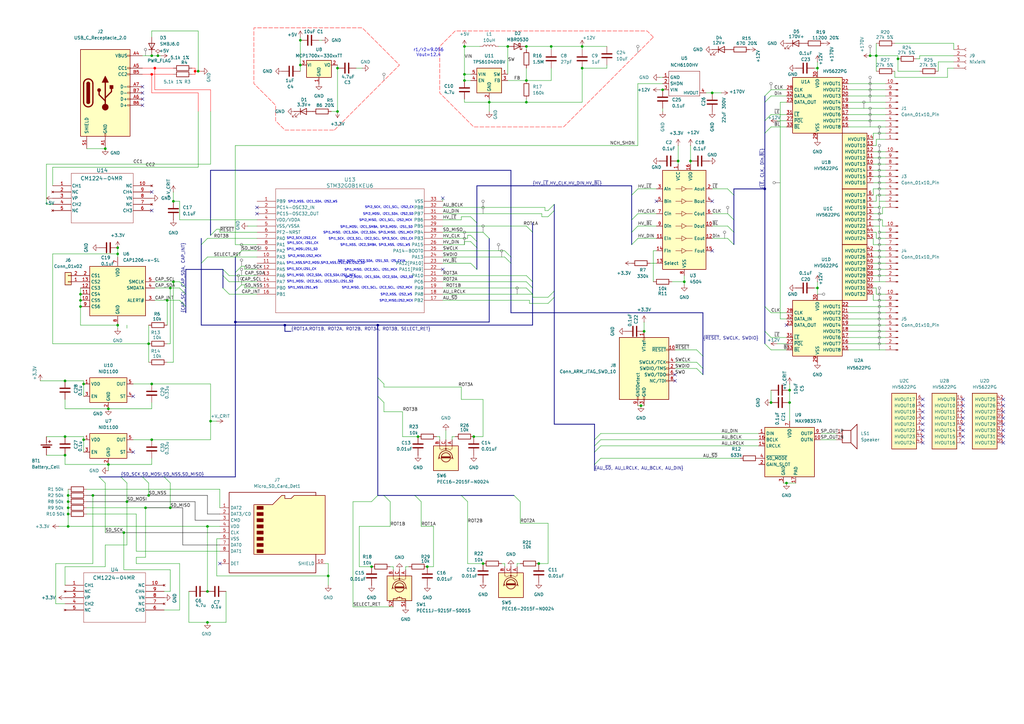
<source format=kicad_sch>
(kicad_sch (version 20250114) (generator "eeschema") (generator_version "9.0")
  (paper "A3")
  (text "SPI2_MISO, I2C1_SCL, I2S2_MCK" (at 158.242 90.424 0) (effects (font (size 0.889 0.889))))
  (text "SPI2_NSS, I2C1_SDA, I2S2_WS\n" (at 128.27 82.804 0) (effects (font (size 0.889 0.889))))
  (text "SPI1_SCK,I2S1_CK" (at 123.698 110.49 0) (effects (font (size 0.889 0.889))))
  (text "SPI1_MISO, I2C3_SDA, I2C2_SDA, SPI3_MISO, I2S1_MCK" (at 151.13 95.504 0) (effects (font (size 0.889 0.889))))
  (text "SPI1_MISO, I2C2_SDA, I2C3_SDA,I2S1_MCK" (at 131.826 113.03 0) (effects (font (size 0.889 0.889))))
  (text "r1/r2=9.056\nVout=12.4" (at 175.768 21.59 0) (effects (font (size 1.27 1.27))))
  (text "SPI1_NSS,SPI2_MOSI,SPI3_NSS,I2S1_WS,I2S2_SD" (at 133.604 107.95 0) (effects (font (size 0.889 0.889))))
  (text "SPI2_MISO,I2S2_MCK" (at 124.968 105.156 0) (effects (font (size 0.889 0.889))))
  (text "SPI2_MISO, I2C1_SCL, I2C2_SCL, I2S2_MCK" (at 154.686 118.11 0) (effects (font (size 0.889 0.889))))
  (text "SPI1_SCK, I2C3_SCL, I2C2_SCL, SPI3_SCK, I2S1_CK" (at 152.146 98.044 0) (effects (font (size 0.889 0.889))))
  (text "SPI2_MOSI, I2C1_SDA, I2C2_SDA, I2S2_SD" (at 155.448 113.792 0) (effects (font (size 0.889 0.889))))
  (text "SPI1_MOSI, I2C2_SCL, I2C3_SCL,I2S1_SD" (at 131.318 115.57 0) (effects (font (size 0.889 0.889))))
  (text "SPI2_NSS, I2S2_WS" (at 162.56 120.904 0) (effects (font (size 0.889 0.889))))
  (text "SPI1_NSS, I2C2_SMBA, SPI3_NSS, I2S1_WS\n" (at 153.924 100.584 0) (effects (font (size 0.889 0.889))))
  (text "SPI2_MOSI, I2C1_SDA, I2S2_SD" (at 159.258 87.884 0) (effects (font (size 0.889 0.889))))
  (text "SPI2_SCK, I2C1_SCL, I2S2_CK" (at 159.766 85.09 0) (effects (font (size 0.889 0.889))))
  (text "SPI1_SCK, I2S1_CK" (at 124.206 99.822 0) (effects (font (size 0.889 0.889))))
  (text "SPI2_SCK,I2S2_CK" (at 123.698 97.79 0) (effects (font (size 0.889 0.889))))
  (text "SPI1_MOSI,I2S1_SD" (at 123.952 102.362 0) (effects (font (size 0.889 0.889))))
  (text "SPI1_MISO, I2C2_SCL, I2S1_MCK" (at 152.146 110.744 0) (effects (font (size 0.889 0.889))))
  (text "SPI2_MISO,I2S2_MCK" (at 162.56 123.444 0) (effects (font (size 0.889 0.889))))
  (text "SPI1_MOSI, I2C2_SDA, I2S1_SD, I2S_CKIN" (at 152.4 107.188 0) (effects (font (size 0.889 0.889))))
  (text "SPI1_MOSI, I2C1_SMBA, SPI3_MOSI, I2S1_SD" (at 154.432 93.218 0) (effects (font (size 0.889 0.889))))
  (text "SPI1_NSS,I2S1_WS" (at 124.206 118.11 0) (effects (font (size 0.889 0.889))))
  (junction (at 27.94 205.74))
  (junction (at 62.23 180.34))
  (junction (at 71.12 82.55))
  (junction (at 335.28 118.11))
  (junction (at 59.69 208.28))
  (junction (at 359.41 22.86))
  (junction (at 33.02 120.65))
  (junction (at 62.23 30.48) (color 255 0 0 1))
  (junction (at 200.66 41.91))
  (junction (at 62.23 157.48))
  (junction (at 220.98 231.14))
  (junction (at 85.09 255.27))
  (junction (at 60.96 203.2))
  (junction (at 323.85 160.02))
  (junction (at 34.29 180.34))
  (junction (at 44.45 167.64))
  (junction (at 264.16 135.89))
  (junction (at 138.43 45.72))
  (junction (at 63.5 27.94) (color 255 0 0 1))
  (junction (at 368.3 24.13))
  (junction (at 208.28 19.05))
  (junction (at 175.26 232.41))
  (junction (at 48.26 101.6))
  (junction (at 38.1 203.2))
  (junction (at 69.85 208.28))
  (junction (at 323.85 165.1))
  (junction (at 190.5 19.05))
  (junction (at 194.31 179.07))
  (junction (at 238.76 19.05))
  (junction (at 50.8 218.44))
  (junction (at 280.67 115.57))
  (junction (at 316.23 165.1))
  (junction (at 81.28 29.21))
  (junction (at 27.94 210.82))
  (junction (at 48.26 104.14))
  (junction (at 271.78 36.83))
  (junction (at 69.85 118.11))
  (junction (at 34.29 157.48))
  (junction (at 190.5 30.48))
  (junction (at 262.89 166.37))
  (junction (at 27.94 215.9))
  (junction (at 152.4 232.41))
  (junction (at 52.07 205.74))
  (junction (at 198.12 231.14))
  (junction (at 26.67 186.69))
  (junction (at 60.96 140.97))
  (junction (at 116.84 133.35))
  (junction (at 96.52 132.08))
  (junction (at 85.09 242.57))
  (junction (at 322.58 198.12))
  (junction (at 154.94 133.35))
  (junction (at 48.26 133.35))
  (junction (at 27.94 203.2))
  (junction (at 238.76 27.94))
  (junction (at 215.9 41.91))
  (junction (at 33.02 125.73))
  (junction (at 226.06 19.05))
  (junction (at 356.87 22.86))
  (junction (at 86.36 172.72))
  (junction (at 313.69 77.47))
  (junction (at 278.13 66.04))
  (junction (at 71.12 115.57))
  (junction (at 80.01 29.21) (color 255 0 0 1))
  (junction (at 215.9 33.02))
  (junction (at 335.28 27.94))
  (junction (at 190.5 33.02))
  (junction (at 26.67 156.21))
  (junction (at 62.23 22.86))
  (junction (at 68.58 123.19))
  (junction (at 64.77 22.86))
  (junction (at 26.67 179.07))
  (junction (at 33.02 123.19))
  (junction (at 123.19 16.51))
  (junction (at 43.18 60.96))
  (junction (at 138.43 27.94))
  (junction (at 44.45 190.5))
  (junction (at 171.45 179.07))
  (junction (at 85.09 215.9))
  (junction (at 134.62 236.22))
  (junction (at 215.9 19.05))
  (junction (at 123.19 26.67))
  (junction (at 283.21 66.04))
  (junction (at 27.94 208.28))
  (junction (at 292.1 38.1))
  (no_connect (at 378.46 166.37))
  (no_connect (at 105.41 87.63))
  (no_connect (at 394.97 176.53))
  (no_connect (at 292.1 102.87))
  (no_connect (at 90.17 231.14))
  (no_connect (at 276.86 153.67))
  (no_connect (at 411.48 171.45))
  (no_connect (at 276.86 156.21))
  (no_connect (at 394.97 179.07))
  (no_connect (at 378.46 171.45))
  (no_connect (at 394.97 181.61))
  (no_connect (at 181.61 110.49))
  (no_connect (at 411.48 166.37))
  (no_connect (at 378.46 168.91))
  (no_connect (at 62.23 78.74))
  (no_connect (at 378.46 173.99))
  (no_connect (at 105.41 85.09))
  (no_connect (at 411.48 176.53))
  (no_connect (at 378.46 181.61))
  (no_connect (at 411.48 179.07))
  (no_connect (at 394.97 171.45))
  (no_connect (at 54.61 185.42))
  (no_connect (at 394.97 173.99))
  (no_connect (at 58.42 35.56))
  (no_connect (at 378.46 179.07))
  (no_connect (at 54.61 162.56))
  (no_connect (at 411.48 173.99))
  (no_connect (at 269.24 82.55))
  (no_connect (at 394.97 163.83))
  (no_connect (at 58.42 38.1))
  (no_connect (at 58.42 43.18))
  (no_connect (at 58.42 40.64))
  (no_connect (at 411.48 168.91))
  (no_connect (at 62.23 86.36))
  (no_connect (at 181.61 81.28))
  (no_connect (at 322.58 133.35))
  (no_connect (at 394.97 168.91))
  (no_connect (at 411.48 181.61))
  (no_connect (at 394.97 166.37))
  (no_connect (at 378.46 176.53))
  (no_connect (at 378.46 163.83))
  (no_connect (at 292.1 82.55))
  (no_connect (at 411.48 163.83))
  (bus_entry (at 49.53 195.58) (size 2.54 2.54))
  (bus_entry (at 259.08 95.25) (size 2.54 -2.54))
  (bus_entry (at 195.58 91.44) (size -2.54 -2.54))
  (bus_entry (at 154.94 162.56) (size 2.54 2.54))
  (bus_entry (at 195.58 99.06) (size -2.54 -2.54))
  (bus_entry (at 243.84 182.88) (size 2.54 -2.54))
  (bus_entry (at 91.44 113.03) (size 2.54 2.54))
  (bus_entry (at 218.44 120.65) (size -2.54 -2.54))
  (bus_entry (at 313.69 49.53) (size 2.54 -2.54))
  (bus_entry (at 259.08 100.33) (size 2.54 -2.54))
  (bus_entry (at 300.99 80.01) (size -2.54 -2.54))
  (bus_entry (at 209.55 105.41) (size -2.54 -2.54))
  (bus_entry (at 170.18 203.2) (size 2.54 2.54))
  (bus_entry (at 227.33 86.36) (size -2.54 2.54))
  (bus_entry (at 288.29 151.13) (size -2.54 -2.54))
  (bus_entry (at 313.69 39.37) (size 2.54 -2.54))
  (bus_entry (at 313.69 140.97) (size 2.54 2.54))
  (bus_entry (at 82.55 100.33) (size 2.54 -2.54))
  (bus_entry (at 76.2 118.11) (size -2.54 -2.54))
  (bus_entry (at 227.33 121.92) (size -2.54 2.54))
  (bus_entry (at 189.23 203.2) (size 2.54 2.54))
  (bus_entry (at 218.44 115.57) (size -2.54 -2.54))
  (bus_entry (at 218.44 95.25) (size -2.54 -2.54))
  (bus_entry (at 288.29 146.05) (size -2.54 -2.54))
  (bus_entry (at 300.99 90.17) (size -2.54 -2.54))
  (bus_entry (at 40.64 195.58) (size 2.54 2.54))
  (bus_entry (at 313.69 54.61) (size 2.54 -2.54))
  (bus_entry (at 259.08 90.17) (size 2.54 -2.54))
  (bus_entry (at 195.58 110.49) (size -2.54 -2.54))
  (bus_entry (at 67.31 195.58) (size 2.54 2.54))
  (bus_entry (at 209.55 107.95) (size -2.54 -2.54))
  (bus_entry (at 227.33 83.82) (size -2.54 2.54))
  (bus_entry (at 313.69 135.89) (size 2.54 2.54))
  (bus_entry (at 288.29 153.67) (size -2.54 -2.54))
  (bus_entry (at 259.08 80.01) (size 2.54 -2.54))
  (bus_entry (at 76.2 120.65) (size -2.54 -2.54))
  (bus_entry (at 243.84 180.34) (size 2.54 -2.54))
  (bus_entry (at 91.44 110.49) (size 2.54 2.54))
  (bus_entry (at 82.55 107.95) (size 2.54 -2.54))
  (bus_entry (at 300.99 95.25) (size -2.54 -2.54))
  (bus_entry (at 243.84 185.42) (size 2.54 -2.54))
  (bus_entry (at 243.84 190.5) (size 2.54 -2.54))
  (bus_entry (at 96.52 119.38) (size 2.54 -2.54))
  (bus_entry (at 300.99 100.33) (size -2.54 -2.54))
  (bus_entry (at 200.66 97.79) (size -2.54 -2.54))
  (bus_entry (at 58.42 195.58) (size 2.54 2.54))
  (bus_entry (at 96.52 105.41) (size 2.54 -2.54))
  (bus_entry (at 195.58 101.6) (size -2.54 -2.54))
  (bus_entry (at 157.48 203.2) (size 2.54 2.54))
  (bus_entry (at 154.94 154.94) (size 2.54 2.54))
  (bus_entry (at 154.94 203.2) (size -2.54 2.54))
  (bus_entry (at 91.44 118.11) (size 2.54 2.54))
  (bus_entry (at 218.44 118.11) (size -2.54 -2.54))
  (bus_entry (at 313.69 41.91) (size 2.54 -2.54))
  (bus_entry (at 76.2 125.73) (size -2.54 -2.54))
  (bus_entry (at 227.33 119.38) (size -2.54 2.54))
  (bus_entry (at 210.82 203.2) (size 2.54 2.54))
  (bus_entry (at 313.69 125.73) (size 2.54 2.54))
  (bus_entry (at 86.36 96.52) (size 2.54 -2.54))
  (bus_entry (at 96.52 111.76) (size 2.54 -2.54))
  (wire (pts (xy 19.05 67.31) (xy 86.36 67.31)))
  (wire (pts (xy 48.26 134.62) (xy 48.26 133.35)))
  (wire (pts (xy 189.23 163.83) (xy 198.12 163.83)))
  (bus (pts (xy 218.44 120.65) (xy 218.44 133.35)))
  (wire (pts (xy 85.09 215.9) (xy 85.09 242.57)))
  (wire (pts (xy 27.94 200.66) (xy 27.94 203.2)))
  (wire (pts (xy 101.6 92.71) (xy 105.41 92.71)))
  (wire (pts (xy 280.67 116.84) (xy 280.67 115.57)))
  (wire (pts (xy 69.85 198.12) (xy 69.85 208.28)))
  (wire (pts (xy 35.56 208.28) (xy 59.69 208.28)))
  (wire (pts (xy 55.88 210.82) (xy 55.88 226.06)))
  (wire (pts (xy 190.5 40.64) (xy 190.5 41.91)))
  (wire (pts (xy 165.1 179.07) (xy 171.45 179.07)))
  (bus (pts (xy 227.33 119.38) (xy 227.33 121.92)))
  (wire (pts (xy 347.98 46.99) (xy 363.22 46.99)))
  (wire (pts (xy 90.17 93.98) (xy 90.17 95.25)))
  (wire (pts (xy 358.14 77.47) (xy 363.22 77.47)))
  (wire (pts (xy 81.28 29.21) (xy 80.01 29.21)) (stroke (width 0) (color 255 0 0 1)))
  (wire (pts (xy 217.17 124.46) (xy 217.17 123.19)))
  (wire (pts (xy 226.06 19.05) (xy 238.76 19.05)))
  (wire (pts (xy 212.09 232.41) (xy 212.09 231.14)))
  (wire (pts (xy 278.13 59.69) (xy 278.13 66.04)))
  (wire (pts (xy 82.55 29.21) (xy 81.28 29.21)) (stroke (width 0) (color 255 0 0 1)))
  (wire (pts (xy 21.59 104.14) (xy 48.26 104.14)))
  (wire (pts (xy 377.19 29.21) (xy 368.3 29.21)))
  (bus (pts (xy 195.58 101.6) (xy 195.58 110.49)))
  (wire (pts (xy 172.72 205.74) (xy 172.72 215.9)))
  (wire (pts (xy 77.47 255.27) (xy 85.09 255.27)))
  (wire (pts (xy 55.88 231.14) (xy 73.66 231.14)))
  (wire (pts (xy 215.9 27.94) (xy 215.9 33.02)))
  (wire (pts (xy 316.23 36.83) (xy 322.58 36.83)))
  (wire (pts (xy 63.5 115.57) (xy 71.12 115.57)))
  (wire (pts (xy 246.38 182.88) (xy 311.15 182.88)))
  (wire (pts (xy 147.32 232.41) (xy 152.4 232.41)))
  (wire (pts (xy 161.29 233.68) (xy 161.29 232.41)))
  (bus (pts (xy 76.2 120.65) (xy 76.2 125.73)))
  (wire (pts (xy 90.17 95.25) (xy 105.41 95.25)))
  (wire (pts (xy 146.05 27.94) (xy 148.59 27.94)))
  (wire (pts (xy 26.67 163.83) (xy 26.67 167.64)))
  (wire (pts (xy 215.9 19.05) (xy 226.06 19.05)))
  (wire (pts (xy 181.61 95.25) (xy 198.12 95.25)))
  (wire (pts (xy 359.41 97.79) (xy 359.41 95.25)))
  (wire (pts (xy 44.45 167.64) (xy 26.67 167.64)))
  (wire (pts (xy 86.36 172.72) (xy 86.36 180.34)))
  (bus (pts (xy 82.55 107.95) (xy 82.55 133.35)))
  (bus (pts (xy 209.55 107.95) (xy 209.55 105.41)))
  (wire (pts (xy 96.52 59.69) (xy 261.62 59.69)))
  (wire (pts (xy 347.98 39.37) (xy 363.22 39.37)))
  (bus (pts (xy 58.42 195.58) (xy 67.31 195.58)))
  (wire (pts (xy 80.01 213.36) (xy 90.17 213.36)) (stroke (width 0) (color 0 0 0 1)))
  (wire (pts (xy 358.14 102.87) (xy 363.22 102.87)))
  (wire (pts (xy 123.19 16.51) (xy 123.19 26.67)))
  (wire (pts (xy 261.62 87.63) (xy 269.24 87.63)))
  (wire (pts (xy 269.24 102.87) (xy 267.97 102.87)))
  (wire (pts (xy 73.66 231.14) (xy 73.66 250.19)))
  (wire (pts (xy 59.69 208.28) (xy 69.85 208.28)))
  (wire (pts (xy 358.14 100.33) (xy 358.14 97.79)))
  (wire (pts (xy 19.05 83.82) (xy 19.05 67.31)))
  (wire (pts (xy 189.23 158.75) (xy 189.23 163.83)))
  (wire (pts (xy 165.1 168.91) (xy 165.1 179.07)))
  (wire (pts (xy 359.41 17.78) (xy 359.41 22.86)))
  (wire (pts (xy 222.25 88.9) (xy 222.25 87.63)))
  (wire (pts (xy 93.98 115.57) (xy 105.41 115.57)))
  (wire (pts (xy 52.07 198.12) (xy 52.07 205.74)))
  (wire (pts (xy 320.04 130.81) (xy 322.58 130.81)))
  (wire (pts (xy 160.02 205.74) (xy 160.02 215.9)))
  (wire (pts (xy 80.01 29.21) (xy 80.01 27.94)) (stroke (width 0) (color 255 0 0 1)))
  (bus (pts (xy 195.58 76.2) (xy 259.08 76.2)))
  (wire (pts (xy 323.85 157.48) (xy 323.85 160.02)))
  (wire (pts (xy 90.17 200.66) (xy 90.17 208.28)))
  (bus (pts (xy 218.44 91.44) (xy 218.44 95.25)))
  (wire (pts (xy 358.14 54.61) (xy 363.22 54.61)))
  (wire (pts (xy 68.58 123.19) (xy 73.66 123.19)))
  (wire (pts (xy 191.77 205.74) (xy 191.77 231.14)))
  (wire (pts (xy 271.78 44.45) (xy 271.78 45.72)))
  (wire (pts (xy 356.87 21.59) (xy 356.87 22.86)))
  (wire (pts (xy 43.18 218.44) (xy 50.8 218.44)) (stroke (width 0) (color 0 0 0 1)))
  (wire (pts (xy 323.85 165.1) (xy 323.85 172.72)))
  (wire (pts (xy 69.85 118.11) (xy 69.85 140.97)))
  (wire (pts (xy 134.62 231.14) (xy 133.35 231.14)))
  (wire (pts (xy 21.59 140.97) (xy 21.59 104.14)))
  (wire (pts (xy 26.67 247.65) (xy 22.86 247.65)))
  (wire (pts (xy 356.87 22.86) (xy 359.41 22.86)))
  (wire (pts (xy 48.26 104.14) (xy 48.26 105.41)))
  (wire (pts (xy 185.42 180.34) (xy 185.42 179.07)))
  (bus (pts (xy 96.52 105.41) (xy 96.52 111.76)))
  (wire (pts (xy 134.62 231.14) (xy 134.62 236.22)))
  (bus (pts (xy 116.84 135.89) (xy 116.84 133.35)))
  (wire (pts (xy 190.5 99.06) (xy 190.5 100.33)))
  (wire (pts (xy 74.93 208.28) (xy 74.93 223.52)) (stroke (width 0) (color 0 0 0 1)))
  (bus (pts (xy 300.99 80.01) (xy 300.99 90.17)))
  (wire (pts (xy 33.02 120.65) (xy 33.02 123.19)))
  (wire (pts (xy 68.58 140.97) (xy 69.85 140.97)))
  (wire (pts (xy 360.68 95.25) (xy 360.68 92.71)))
  (bus (pts (xy 76.2 125.73) (xy 76.2 128.27)))
  (bus (pts (xy 209.55 128.27) (xy 209.55 107.95)))
  (wire (pts (xy 52.07 205.74) (xy 80.01 205.74)) (stroke (width 0) (color 0 0 0 1)))
  (wire (pts (xy 85.09 203.2) (xy 85.09 210.82)) (stroke (width 0) (color 0 0 0 1)))
  (wire (pts (xy 71.12 82.55) (xy 73.66 82.55)))
  (wire (pts (xy 64.77 22.86) (xy 62.23 22.86)))
  (bus (pts (xy 243.84 190.5) (xy 243.84 193.04)))
  (wire (pts (xy 88.9 93.98) (xy 90.17 93.98)))
  (wire (pts (xy 100.33 116.84) (xy 99.06 116.84)))
  (wire (pts (xy 360.68 82.55) (xy 363.22 82.55)))
  (bus (pts (xy 82.55 97.79) (xy 82.55 100.33)))
  (wire (pts (xy 270.51 31.75) (xy 271.78 31.75)))
  (wire (pts (xy 198.12 179.07) (xy 194.31 179.07)))
  (wire (pts (xy 276.86 143.51) (xy 285.75 143.51)))
  (wire (pts (xy 347.98 135.89) (xy 363.22 135.89)))
  (wire (pts (xy 86.36 180.34) (xy 62.23 180.34)))
  (wire (pts (xy 22.86 247.65) (xy 22.86 231.14)))
  (wire (pts (xy 44.45 167.64) (xy 62.23 167.64)))
  (wire (pts (xy 71.12 27.94) (xy 63.5 27.94)) (stroke (width 0) (color 255 0 0 1)))
  (wire (pts (xy 361.95 85.09) (xy 363.22 85.09)))
  (wire (pts (xy 358.14 100.33) (xy 363.22 100.33)))
  (wire (pts (xy 200.66 45.72) (xy 200.66 41.91)))
  (wire (pts (xy 71.12 30.48) (xy 62.23 30.48)) (stroke (width 0) (color 255 0 0 1)))
  (wire (pts (xy 359.41 118.11) (xy 358.14 118.11)))
  (bus (pts (xy 96.52 111.76) (xy 96.52 119.38)))
  (wire (pts (xy 100.33 110.49) (xy 105.41 110.49)))
  (wire (pts (xy 71.12 78.74) (xy 71.12 82.55)))
  (wire (pts (xy 181.61 105.41) (xy 207.01 105.41)))
  (wire (pts (xy 81.28 38.1) (xy 62.23 38.1)) (stroke (width 0) (color 255 0 0 1)))
  (wire (pts (xy 73.66 82.55) (xy 73.66 90.17)))
  (wire (pts (xy 292.1 38.1) (xy 289.56 38.1)))
  (wire (pts (xy 138.43 27.94) (xy 138.43 45.72)))
  (bus (pts (xy 218.44 115.57) (xy 218.44 118.11)))
  (wire (pts (xy 80.01 30.48) (xy 78.74 30.48)) (stroke (width 0) (color 255 0 0 1)))
  (wire (pts (xy 35.56 203.2) (xy 38.1 203.2)) (stroke (width 0) (color 0 0 0 1)))
  (bus (pts (xy 243.84 185.42) (xy 243.84 190.5)))
  (bus (pts (xy 227.33 83.82) (xy 227.33 86.36)))
  (wire (pts (xy 177.8 215.9) (xy 177.8 232.41)))
  (wire (pts (xy 93.98 120.65) (xy 105.41 120.65)))
  (wire (pts (xy 377.19 24.13) (xy 377.19 22.86)))
  (wire (pts (xy 86.36 36.83) (xy 63.5 36.83)) (stroke (width 0) (color 255 0 0 1)))
  (wire (pts (xy 80.01 205.74) (xy 80.01 213.36)) (stroke (width 0) (color 0 0 0 1)))
  (wire (pts (xy 59.69 208.28) (xy 69.85 208.28)) (stroke (width 0) (color 0 0 0 1)))
  (wire (pts (xy 105.41 100.33) (xy 96.52 100.33)))
  (wire (pts (xy 358.14 123.19) (xy 358.14 120.65)))
  (wire (pts (xy 85.09 105.41) (xy 96.52 105.41)))
  (wire (pts (xy 44.45 190.5) (xy 62.23 190.5)))
  (wire (pts (xy 358.14 115.57) (xy 363.22 115.57)))
  (wire (pts (xy 342.9 177.8) (xy 336.55 177.8)))
  (wire (pts (xy 218.44 121.92) (xy 218.44 120.65)))
  (wire (pts (xy 59.69 228.6) (xy 59.69 208.28)))
  (wire (pts (xy 205.74 231.14) (xy 207.01 231.14)))
  (wire (pts (xy 334.01 27.94) (xy 335.28 27.94)))
  (wire (pts (xy 358.14 69.85) (xy 363.22 69.85)))
  (bus (pts (xy 259.08 80.01) (xy 259.08 90.17)))
  (wire (pts (xy 60.96 140.97) (xy 21.59 140.97)))
  (wire (pts (xy 224.79 214.63) (xy 224.79 231.14)))
  (wire (pts (xy 292.1 97.79) (xy 298.45 97.79)))
  (wire (pts (xy 347.98 36.83) (xy 363.22 36.83)))
  (wire (pts (xy 160.02 215.9) (xy 147.32 215.9)))
  (wire (pts (xy 264.16 132.08) (xy 264.16 135.89)))
  (wire (pts (xy 322.58 41.91) (xy 320.04 41.91)))
  (wire (pts (xy 261.62 97.79) (xy 269.24 97.79)))
  (wire (pts (xy 181.61 118.11) (xy 215.9 118.11)))
  (bus (pts (xy 313.69 135.89) (xy 313.69 140.97)))
  (wire (pts (xy 358.14 57.15) (xy 358.14 54.61)))
  (wire (pts (xy 358.14 110.49) (xy 363.22 110.49)))
  (wire (pts (xy 215.9 41.91) (xy 200.66 41.91)))
  (wire (pts (xy 60.96 198.12) (xy 60.96 203.2)))
  (wire (pts (xy 38.1 203.2) (xy 60.96 203.2)) (stroke (width 0) (color 0 0 0 1)))
  (wire (pts (xy 181.61 115.57) (xy 215.9 115.57)))
  (wire (pts (xy 138.43 26.67) (xy 138.43 27.94)))
  (wire (pts (xy 69.85 233.68) (xy 50.8 233.68)))
  (wire (pts (xy 62.23 12.7) (xy 81.28 12.7)))
  (wire (pts (xy 367.03 31.75) (xy 367.03 29.21)))
  (bus (pts (xy 154.94 133.35) (xy 218.44 133.35)))
  (wire (pts (xy 208.28 19.05) (xy 208.28 30.48)))
  (wire (pts (xy 223.52 85.09) (xy 181.61 85.09)))
  (wire (pts (xy 377.19 24.13) (xy 375.92 24.13)))
  (bus (pts (xy 218.44 95.25) (xy 218.44 115.57)))
  (wire (pts (xy 283.21 59.69) (xy 283.21 66.04)))
  (wire (pts (xy 215.9 19.05) (xy 215.9 20.32)))
  (wire (pts (xy 73.66 250.19) (xy 67.31 250.19)))
  (wire (pts (xy 316.23 160.02) (xy 316.23 165.1)))
  (wire (pts (xy 19.05 179.07) (xy 26.67 179.07)))
  (bus (pts (xy 195.58 91.44) (xy 195.58 99.06)))
  (bus (pts (xy 86.36 69.85) (xy 86.36 96.52)))
  (wire (pts (xy 157.48 168.91) (xy 157.48 165.1)))
  (bus (pts (xy 313.69 49.53) (xy 313.69 54.61)))
  (wire (pts (xy 360.68 95.25) (xy 363.22 95.25)))
  (wire (pts (xy 26.67 190.5) (xy 44.45 190.5)))
  (wire (pts (xy 223.52 86.36) (xy 224.79 86.36)))
  (bus (pts (xy 313.69 54.61) (xy 313.69 77.47)))
  (wire (pts (xy 190.5 33.02) (xy 190.5 30.48)))
  (wire (pts (xy 134.62 236.22) (xy 88.9 236.22)))
  (wire (pts (xy 190.5 19.05) (xy 196.85 19.05)))
  (wire (pts (xy 35.56 200.66) (xy 90.17 200.66)))
  (wire (pts (xy 38.1 203.2) (xy 38.1 231.14)))
  (wire (pts (xy 261.62 34.29) (xy 271.78 34.29)))
  (wire (pts (xy 134.62 236.22) (xy 134.62 240.03)))
  (wire (pts (xy 261.62 166.37) (xy 262.89 166.37)))
  (wire (pts (xy 92.71 255.27) (xy 85.09 255.27)))
  (wire (pts (xy 334.01 118.11) (xy 335.28 118.11)))
  (wire (pts (xy 391.16 27.94) (xy 388.62 27.94)))
  (wire (pts (xy 213.36 231.14) (xy 212.09 231.14)))
  (wire (pts (xy 16.51 156.21) (xy 26.67 156.21)))
  (wire (pts (xy 280.67 115.57) (xy 280.67 113.03)))
  (wire (pts (xy 123.19 15.24) (xy 123.19 16.51)))
  (bus (pts (xy 154.94 133.35) (xy 154.94 154.94)))
  (wire (pts (xy 204.47 19.05) (xy 208.28 19.05)))
  (wire (pts (xy 359.41 82.55) (xy 359.41 80.01)))
  (wire (pts (xy 66.04 22.86) (xy 64.77 22.86)))
  (wire (pts (xy 81.28 68.58) (xy 81.28 45.72)))
  (wire (pts (xy 261.62 92.71) (xy 269.24 92.71)))
  (wire (pts (xy 224.79 231.14) (xy 220.98 231.14)))
  (wire (pts (xy 63.5 118.11) (xy 69.85 118.11)))
  (bus (pts (xy 300.99 95.25) (xy 300.99 100.33)))
  (wire (pts (xy 361.95 92.71) (xy 363.22 92.71)))
  (bus (pts (xy 119.38 135.89) (xy 116.84 135.89)))
  (bus (pts (xy 154.94 203.2) (xy 157.48 203.2)))
  (wire (pts (xy 62.23 187.96) (xy 62.23 190.5)))
  (wire (pts (xy 26.67 190.5) (xy 26.67 186.69)))
  (wire (pts (xy 261.62 77.47) (xy 269.24 77.47)))
  (wire (pts (xy 359.41 80.01) (xy 363.22 80.01)))
  (wire (pts (xy 359.41 97.79) (xy 363.22 97.79)))
  (bus (pts (xy 209.55 69.85) (xy 86.36 69.85)))
  (wire (pts (xy 322.58 198.12) (xy 321.31 198.12)))
  (wire (pts (xy 33.02 125.73) (xy 33.02 133.35)))
  (bus (pts (xy 313.69 125.73) (xy 313.69 135.89)))
  (wire (pts (xy 44.45 193.04) (xy 44.45 190.5)))
  (wire (pts (xy 359.41 22.86) (xy 359.41 29.21)))
  (wire (pts (xy 347.98 133.35) (xy 363.22 133.35)))
  (wire (pts (xy 60.96 133.35) (xy 60.96 140.97)))
  (wire (pts (xy 347.98 138.43) (xy 363.22 138.43)))
  (wire (pts (xy 368.3 22.86) (xy 368.3 24.13)))
  (bus (pts (xy 209.55 105.41) (xy 209.55 69.85)))
  (wire (pts (xy 22.86 231.14) (xy 38.1 231.14)))
  (wire (pts (xy 318.77 140.97) (xy 322.58 140.97)))
  (wire (pts (xy 358.14 123.19) (xy 363.22 123.19)))
  (wire (pts (xy 123.19 26.67) (xy 123.19 29.21)))
  (bus (pts (xy 200.66 97.79) (xy 200.66 132.08)))
  (wire (pts (xy 358.14 113.03) (xy 363.22 113.03)))
  (wire (pts (xy 54.61 180.34) (xy 62.23 180.34)))
  (wire (pts (xy 359.41 59.69) (xy 359.41 57.15)))
  (wire (pts (xy 358.14 64.77) (xy 363.22 64.77)))
  (wire (pts (xy 292.1 92.71) (xy 298.45 92.71)))
  (wire (pts (xy 347.98 34.29) (xy 363.22 34.29)))
  (wire (pts (xy 226.06 27.94) (xy 226.06 33.02)))
  (wire (pts (xy 69.85 118.11) (xy 73.66 118.11)))
  (wire (pts (xy 360.68 92.71) (xy 358.14 92.71)))
  (wire (pts (xy 55.88 228.6) (xy 59.69 228.6)))
  (wire (pts (xy 85.09 97.79) (xy 105.41 97.79)))
  (wire (pts (xy 318.77 49.53) (xy 322.58 49.53)))
  (wire (pts (xy 198.12 163.83) (xy 198.12 179.07)))
  (wire (pts (xy 320.04 41.91) (xy 320.04 130.81)))
  (wire (pts (xy 73.66 90.17) (xy 105.41 90.17)))
  (wire (pts (xy 377.19 22.86) (xy 391.16 22.86)))
  (wire (pts (xy 177.8 232.41) (xy 175.26 232.41)))
  (wire (pts (xy 34.29 180.34) (xy 34.29 179.07)))
  (wire (pts (xy 54.61 157.48) (xy 62.23 157.48)))
  (wire (pts (xy 360.68 85.09) (xy 360.68 82.55)))
  (bus (pts (xy 116.84 133.35) (xy 154.94 133.35)))
  (wire (pts (xy 86.36 45.72) (xy 86.36 36.83)) (stroke (width 0) (color 255 0 0 1)))
  (wire (pts (xy 316.23 39.37) (xy 322.58 39.37)))
  (wire (pts (xy 26.67 156.21) (xy 34.29 156.21)))
  (bus (pts (xy 170.18 203.2) (xy 189.23 203.2)))
  (bus (pts (xy 96.52 132.08) (xy 200.66 132.08)))
  (wire (pts (xy 238.76 41.91) (xy 215.9 41.91)))
  (wire (pts (xy 71.12 115.57) (xy 71.12 148.59)))
  (bus (pts (xy 189.23 203.2) (xy 210.82 203.2)))
  (wire (pts (xy 68.58 148.59) (xy 71.12 148.59)))
  (wire (pts (xy 191.77 231.14) (xy 198.12 231.14)))
  (wire (pts (xy 147.32 215.9) (xy 147.32 232.41)))
  (wire (pts (xy 35.56 205.74) (xy 52.07 205.74)) (stroke (width 0) (color 0 0 0 1)))
  (wire (pts (xy 35.56 60.96) (xy 43.18 60.96)))
  (wire (pts (xy 96.52 105.41) (xy 105.41 105.41)))
  (wire (pts (xy 63.5 123.19) (xy 68.58 123.19)))
  (bus (pts (xy 76.2 118.11) (xy 76.2 120.65)))
  (wire (pts (xy 384.81 25.4) (xy 391.16 25.4)))
  (wire (pts (xy 347.98 140.97) (xy 363.22 140.97)))
  (wire (pts (xy 34.29 157.48) (xy 34.29 156.21)))
  (wire (pts (xy 238.76 27.94) (xy 248.92 27.94)))
  (bus (pts (xy 195.58 76.2) (xy 195.58 91.44)))
  (wire (pts (xy 33.02 123.19) (xy 33.02 125.73)))
  (wire (pts (xy 52.07 223.52) (xy 52.07 205.74)))
  (wire (pts (xy 347.98 128.27) (xy 363.22 128.27)))
  (bus (pts (xy 288.29 128.27) (xy 288.29 146.05)))
  (bus (pts (xy 76.2 110.49) (xy 91.44 110.49)))
  (wire (pts (xy 69.85 208.28) (xy 74.93 208.28)) (stroke (width 0) (color 0 0 0 1)))
  (bus (pts (xy 243.84 180.34) (xy 243.84 182.88)))
  (wire (pts (xy 189.23 88.9) (xy 189.23 90.17)))
  (wire (pts (xy 361.95 90.17) (xy 358.14 90.17)))
  (bus (pts (xy 96.52 119.38) (xy 96.52 132.08)))
  (wire (pts (xy 144.78 205.74) (xy 144.78 248.92)))
  (wire (pts (xy 55.88 231.14) (xy 55.88 228.6)))
  (bus (pts (xy 76.2 110.49) (xy 76.2 118.11)))
  (wire (pts (xy 358.14 74.93) (xy 363.22 74.93)))
  (wire (pts (xy 359.41 120.65) (xy 363.22 120.65)))
  (wire (pts (xy 181.61 102.87) (xy 207.01 102.87)))
  (bus (pts (xy 227.33 86.36) (xy 227.33 119.38)))
  (wire (pts (xy 295.91 38.1) (xy 292.1 38.1)))
  (wire (pts (xy 86.36 157.48) (xy 62.23 157.48)))
  (bus (pts (xy 300.99 80.01) (xy 300.99 77.47)))
  (wire (pts (xy 222.25 88.9) (xy 224.79 88.9)))
  (bus (pts (xy 40.64 195.58) (xy 49.53 195.58)))
  (wire (pts (xy 21.59 68.58) (xy 81.28 68.58)))
  (wire (pts (xy 172.72 215.9) (xy 177.8 215.9)))
  (wire (pts (xy 358.14 107.95) (xy 363.22 107.95)))
  (wire (pts (xy 270.51 36.83) (xy 271.78 36.83)))
  (wire (pts (xy 43.18 223.52) (xy 43.18 232.41)))
  (wire (pts (xy 157.48 168.91) (xy 165.1 168.91)))
  (bus (pts (xy 227.33 173.99) (xy 227.33 121.92)))
  (wire (pts (xy 292.1 77.47) (xy 298.45 77.47)))
  (wire (pts (xy 208.28 33.02) (xy 215.9 33.02)))
  (wire (pts (xy 100.33 118.11) (xy 105.41 118.11)))
  (wire (pts (xy 267.97 102.87) (xy 267.97 115.57)))
  (wire (pts (xy 180.34 180.34) (xy 180.34 179.07)))
  (bus (pts (xy 154.94 154.94) (xy 154.94 162.56)))
  (wire (pts (xy 207.01 232.41) (xy 207.01 231.14)))
  (wire (pts (xy 335.28 27.94) (xy 335.28 29.21)))
  (wire (pts (xy 292.1 87.63) (xy 298.45 87.63)))
  (wire (pts (xy 27.94 208.28) (xy 27.94 210.82)))
  (wire (pts (xy 62.23 22.86) (xy 58.42 22.86)))
  (bus (pts (xy 96.52 132.08) (xy 96.52 195.58)))
  (wire (pts (xy 358.14 72.39) (xy 363.22 72.39)))
  (wire (pts (xy 19.05 186.69) (xy 26.67 186.69)))
  (wire (pts (xy 26.67 232.41) (xy 26.67 240.03)))
  (wire (pts (xy 88.9 220.98) (xy 90.17 220.98)))
  (wire (pts (xy 191.77 96.52) (xy 191.77 97.79)))
  (wire (pts (xy 213.36 214.63) (xy 224.79 214.63)))
  (wire (pts (xy 62.23 30.48) (xy 58.42 30.48)) (stroke (width 0) (color 255 0 0 1)))
  (wire (pts (xy 358.14 82.55) (xy 359.41 82.55)))
  (wire (pts (xy 27.94 210.82) (xy 27.94 215.9)))
  (wire (pts (xy 248.92 26.67) (xy 248.92 27.94)))
  (wire (pts (xy 99.06 109.22) (xy 100.33 109.22)))
  (wire (pts (xy 181.61 81.28) (xy 181.61 82.55)))
  (wire (pts (xy 132.08 16.51) (xy 130.81 16.51)))
  (bus (pts (xy 91.44 113.03) (xy 91.44 118.11)))
  (wire (pts (xy 347.98 130.81) (xy 363.22 130.81)))
  (wire (pts (xy 358.14 80.01) (xy 358.14 77.47)))
  (bus (pts (xy 300.99 90.17) (xy 300.99 95.25)))
  (wire (pts (xy 88.9 220.98) (xy 88.9 236.22)))
  (wire (pts (xy 347.98 41.91) (xy 363.22 41.91)))
  (wire (pts (xy 62.23 165.1) (xy 62.23 167.64)))
  (wire (pts (xy 215.9 33.02) (xy 226.06 33.02)))
  (wire (pts (xy 368.3 29.21) (xy 368.3 24.13)))
  (wire (pts (xy 189.23 88.9) (xy 193.04 88.9)))
  (wire (pts (xy 50.8 218.44) (xy 90.17 218.44)) (stroke (width 0) (color 0 0 0 1)))
  (wire (pts (xy 238.76 19.05) (xy 248.92 19.05)))
  (wire (pts (xy 316.23 138.43) (xy 322.58 138.43)))
  (wire (pts (xy 179.07 179.07) (xy 180.34 179.07)))
  (wire (pts (xy 62.23 15.24) (xy 62.23 12.7)))
  (wire (pts (xy 276.86 148.59) (xy 285.75 148.59)))
  (wire (pts (xy 358.14 62.23) (xy 363.22 62.23)))
  (wire (pts (xy 88.9 172.72) (xy 86.36 172.72)))
  (wire (pts (xy 96.52 100.33) (xy 96.52 59.69)))
  (wire (pts (xy 359.41 95.25) (xy 358.14 95.25)))
  (bus (pts (xy 209.55 128.27) (xy 288.29 128.27)))
  (wire (pts (xy 358.14 87.63) (xy 361.95 87.63)))
  (wire (pts (xy 33.02 133.35) (xy 48.26 133.35)))
  (bus (pts (xy 243.84 173.99) (xy 243.84 180.34)))
  (wire (pts (xy 367.03 17.78) (xy 391.16 17.78)))
  (wire (pts (xy 60.96 140.97) (xy 60.96 148.59)))
  (wire (pts (xy 347.98 52.07) (xy 363.22 52.07)))
  (wire (pts (xy 246.38 180.34) (xy 311.15 180.34)))
  (wire (pts (xy 157.48 158.75) (xy 189.23 158.75)))
  (wire (pts (xy 74.93 223.52) (xy 90.17 223.52)) (stroke (width 0) (color 0 0 0 1)))
  (wire (pts (xy 326.39 198.12) (xy 322.58 198.12)))
  (wire (pts (xy 200.66 41.91) (xy 200.66 40.64)))
  (wire (pts (xy 100.33 116.84) (xy 100.33 118.11)))
  (wire (pts (xy 50.8 218.44) (xy 50.8 233.68)))
  (bus (pts (xy 218.44 118.11) (xy 218.44 120.65)))
  (wire (pts (xy 160.02 232.41) (xy 161.29 232.41)))
  (wire (pts (xy 358.14 59.69) (xy 359.41 59.69)))
  (wire (pts (xy 218.44 120.65) (xy 181.61 120.65)))
  (wire (pts (xy 21.59 76.2) (xy 21.59 68.58)))
  (bus (pts (xy 288.29 151.13) (xy 288.29 153.67)))
  (wire (pts (xy 190.5 99.06) (xy 193.04 99.06)))
  (wire (pts (xy 190.5 100.33) (xy 181.61 100.33)))
  (bus (pts (xy 49.53 195.58) (xy 58.42 195.58)))
  (wire (pts (xy 92.71 242.57) (xy 92.71 255.27)))
  (bus (pts (xy 259.08 76.2) (xy 259.08 80.01)))
  (wire (pts (xy 190.5 30.48) (xy 190.5 19.05)))
  (wire (pts (xy 86.36 45.72) (xy 86.36 67.31)))
  (wire (pts (xy 262.89 166.37) (xy 264.16 166.37)))
  (wire (pts (xy 342.9 180.34) (xy 336.55 180.34)))
  (bus (pts (xy 288.29 146.05) (xy 288.29 151.13)))
  (wire (pts (xy 278.13 66.04) (xy 278.13 67.31)))
  (wire (pts (xy 135.89 45.72) (xy 138.43 45.72)))
  (wire (pts (xy 90.17 210.82) (xy 85.09 210.82)) (stroke (width 0) (color 0 0 0 1)))
  (wire (pts (xy 67.31 242.57) (xy 69.85 242.57)))
  (wire (pts (xy 316.23 128.27) (xy 322.58 128.27)))
  (bus (pts (xy 91.44 110.49) (xy 91.44 113.03)))
  (wire (pts (xy 43.18 223.52) (xy 52.07 223.52)))
  (wire (pts (xy 275.59 115.57) (xy 280.67 115.57)))
  (wire (pts (xy 26.67 179.07) (xy 34.29 179.07)))
  (bus (pts (xy 67.31 195.58) (xy 96.52 195.58)))
  (wire (pts (xy 246.38 187.96) (xy 303.53 187.96)))
  (bus (pts (xy 313.69 41.91) (xy 313.69 39.37)))
  (wire (pts (xy 323.85 160.02) (xy 323.85 165.1)))
  (bus (pts (xy 259.08 90.17) (xy 259.08 95.25)))
  (wire (pts (xy 55.88 226.06) (xy 90.17 226.06)))
  (wire (pts (xy 80.01 30.48) (xy 80.01 29.21)) (stroke (width 0) (color 255 0 0 1)))
  (wire (pts (xy 60.96 203.2) (xy 85.09 203.2)) (stroke (width 0) (color 0 0 0 1)))
  (wire (pts (xy 34.29 180.34) (xy 34.29 185.42)))
  (wire (pts (xy 358.14 67.31) (xy 363.22 67.31)))
  (wire (pts (xy 388.62 31.75) (xy 367.03 31.75)))
  (wire (pts (xy 384.81 29.21) (xy 384.81 25.4)))
  (wire (pts (xy 181.61 92.71) (xy 215.9 92.71)))
  (bus (pts (xy 157.48 203.2) (xy 170.18 203.2)))
  (wire (pts (xy 316.23 46.99) (xy 322.58 46.99)))
  (wire (pts (xy 359.41 57.15) (xy 363.22 57.15)))
  (wire (pts (xy 186.69 179.07) (xy 185.42 179.07)))
  (wire (pts (xy 193.04 30.48) (xy 190.5 30.48)))
  (bus (pts (xy 116.84 133.35) (xy 82.55 133.35)))
  (wire (pts (xy 182.88 176.53) (xy 182.88 180.34)))
  (wire (pts (xy 34.29 157.48) (xy 34.29 162.56)))
  (bus (pts (xy 154.94 162.56) (xy 154.94 203.2)))
  (wire (pts (xy 181.61 113.03) (xy 215.9 113.03)))
  (wire (pts (xy 213.36 205.74) (xy 213.36 214.63)))
  (bus (pts (xy 243.84 182.88) (xy 243.84 185.42)))
  (wire (pts (xy 222.25 87.63) (xy 181.61 87.63)))
  (wire (pts (xy 358.14 105.41) (xy 363.22 105.41)))
  (wire (pts (xy 190.5 41.91) (xy 200.66 41.91)))
  (bus (pts (xy 300.99 77.47) (xy 313.69 77.47)))
  (wire (pts (xy 63.5 27.94) (xy 58.42 27.94)) (stroke (width 0) (color 255 0 0 1)))
  (wire (pts (xy 358.14 85.09) (xy 360.68 85.09)))
  (wire (pts (xy 24.13 215.9) (xy 27.94 215.9)))
  (wire (pts (xy 71.12 115.57) (xy 73.66 115.57)))
  (wire (pts (xy 359.41 120.65) (xy 359.41 118.11)))
  (wire (pts (xy 21.59 83.82) (xy 19.05 83.82)))
  (wire (pts (xy 166.37 233.68) (xy 166.37 232.41)))
  (wire (pts (xy 189.23 90.17) (xy 181.61 90.17)))
  (wire (pts (xy 99.06 102.87) (xy 105.41 102.87)))
  (wire (pts (xy 43.18 198.12) (xy 43.18 218.44)))
  (wire (pts (xy 283.21 66.04) (xy 283.21 67.31)))
  (wire (pts (xy 266.7 107.95) (xy 269.24 107.95)))
  (wire (pts (xy 43.18 232.41) (xy 26.67 232.41)))
  (wire (pts (xy 68.58 123.19) (xy 68.58 133.35)))
  (wire (pts (xy 223.52 86.36) (xy 223.52 85.09)))
  (wire (pts (xy 217.17 124.46) (xy 224.79 124.46)))
  (wire (pts (xy 388.62 27.94) (xy 388.62 31.75)))
  (wire (pts (xy 238.76 27.94) (xy 238.76 41.91)))
  (bus (pts (xy 259.08 95.25) (xy 259.08 100.33)))
  (wire (pts (xy 167.64 232.41) (xy 166.37 232.41)))
  (wire (pts (xy 52.07 134.62) (xy 52.07 133.35)))
  (wire (pts (xy 152.4 205.74) (xy 144.78 205.74)))
  (wire (pts (xy 85.09 215.9) (xy 90.17 215.9)))
  (wire (pts (xy 335.28 25.4) (xy 335.28 27.94)))
  (wire (pts (xy 347.98 44.45) (xy 363.22 44.45)))
  (wire (pts (xy 27.94 203.2) (xy 27.94 205.74)))
  (wire (pts (xy 191.77 96.52) (xy 193.04 96.52)))
  (wire (pts (xy 215.9 40.64) (xy 215.9 41.91)))
  (wire (pts (xy 359.41 22.86) (xy 368.3 22.86)))
  (wire (pts (xy 144.78 248.92) (xy 161.29 248.92)))
  (bus (pts (xy 195.58 101.6) (xy 195.58 99.06)))
  (wire (pts (xy 361.95 92.71) (xy 361.95 90.17)))
  (wire (pts (xy 69.85 242.57) (xy 69.85 233.68)))
  (wire (pts (xy 86.36 172.72) (xy 86.36 157.48)))
  (wire (pts (xy 218.44 121.92) (xy 224.79 121.92)))
  (wire (pts (xy 33.02 118.11) (xy 33.02 120.65)))
  (wire (pts (xy 63.5 27.94) (xy 63.5 36.83)) (stroke (width 0) (color 255 0 0 1)))
  (wire (pts (xy 62.23 30.48) (xy 62.23 38.1)) (stroke (width 0) (color 255 0 0 1)))
  (wire (pts (xy 335.28 118.11) (xy 335.28 120.65)))
  (wire (pts (xy 48.26 101.6) (xy 48.26 104.14)))
  (wire (pts (xy 191.77 97.79) (xy 181.61 97.79)))
  (bus (pts (xy 82.55 100.33) (xy 82.55 107.95)))
  (wire (pts (xy 27.94 205.74) (xy 27.94 208.28)))
  (bus (pts (xy 313.69 49.53) (xy 313.69 41.91)))
  (wire (pts (xy 276.86 151.13) (xy 285.75 151.13)))
  (bus (pts (xy 227.33 173.99) (xy 243.84 173.99)))
  (wire (pts (xy 347.98 49.53) (xy 363.22 49.53)))
  (wire (pts (xy 226.06 20.32) (xy 226.06 19.05)))
  (wire (pts (xy 81.28 45.72) (xy 81.28 38.1)) (stroke (width 0) (color 255 0 0 1)))
  (bus (pts (xy 313.69 77.47) (xy 313.69 125.73)))
  (wire (pts (xy 217.17 123.19) (xy 181.61 123.19)))
  (wire (pts (xy 100.33 109.22) (xy 100.33 110.49)))
  (wire (pts (xy 193.04 33.02) (xy 190.5 33.02)))
  (wire (pts (xy 347.98 125.73) (xy 363.22 125.73)))
  (wire (pts (xy 27.94 215.9) (xy 85.09 215.9)))
  (wire (pts (xy 347.98 143.51) (xy 363.22 143.51)))
  (wire (pts (xy 316.23 143.51) (xy 322.58 143.51)))
  (wire (pts (xy 77.47 242.57) (xy 77.47 255.27)))
  (wire (pts (xy 361.95 87.63) (xy 361.95 85.09)))
  (wire (pts (xy 335.28 115.57) (xy 335.28 118.11)))
  (wire (pts (xy 81.28 12.7) (xy 81.28 29.21)))
  (wire (pts (xy 238.76 20.32) (xy 238.76 19.05)))
  (wire (pts (xy 80.01 27.94) (xy 78.74 27.94)) (stroke (width 0) (color 255 0 0 1)))
  (wire (pts (xy 157.48 157.48) (xy 157.48 158.75)))
  (wire (pts (xy 93.98 113.03) (xy 105.41 113.03)))
  (wire (pts (xy 181.61 107.95) (xy 193.04 107.95)))
  (wire (pts (xy 261.62 59.69) (xy 261.62 34.29)))
  (wire (pts (xy 35.56 210.82) (xy 55.88 210.82)))
  (wire (pts (xy 246.38 177.8) (xy 311.15 177.8)))
  (wire (pts (xy 316.23 52.07) (xy 322.58 52.07)))
  (wire (pts (xy 391.16 17.78) (xy 391.16 20.32)))
  (label "{SD_SCK,SD_MOSI,SD_NSS,SD_MISO}" (at 49.53 195.58 0))
  (label "{AU_~{SD}, AU_LRCLK, AU_BCLK, AU_DIN}" (at 243.84 193.04 0))
  (label "SWO" (at 276.86 153.67 0))
  (label "FB" (at 210.82 33.02 0))
  (label "AU_DIN" (at 181.61 87.63 0))
  (label "SD_SCK" (at 43.18 218.44 0))
  (label "ROT1A" (at 214.63 92.71 0))
  (label "SD_MISO" (at 69.85 208.28 0))
  (label "SP_OUT_P" (at 336.55 177.8 0))
  (label "{CAP_SCL, CAP_SDA, CAP_INT}" (at 76.2 128.27 90))
  (label "HV_~{LE}" (at 181.61 90.17 0))
  (label "~{LE}" (at 317.5 138.43 0))
  (label "ROT3A" (at 187.96 158.75 0))
  (label "AU_LRCLK" (at 295.91 182.88 0))
  (label "~{LE}" (at 317.5 46.99 0))
  (label "ROT3A" (at 181.61 113.03 0))
  (label "ROT2A" (at 213.36 214.63 0))
  (label "AU_~{SD}" (at 181.61 123.19 0))
  (label "{ROT1A,ROT1B, ROT2A, ROT2B, ROT3A, ROT3B, SELECT_RET}" (at 119.38 135.89 0))
  (label "CAP_SCL" (at 99.06 115.57 0))
  (label "~{LE}" (at 292.1 77.47 0))
  (label "AU_BCLK" (at 295.91 180.34 0))
  (label "SD_NSS" (at 60.96 203.2 0))
  (label "ROT1B" (at 160.02 215.9 0))
  (label "HV_CLK" (at 181.61 97.79 0))
  (label "CAP_SDA" (at 63.5 118.11 0))
  (label "AU_BCLK" (at 181.61 85.09 0))
  (label "VIN" (at 190.5 24.13 0))
  (label "{~{RESET}, SWCLK, SWDIO}" (at 288.29 139.7 0))
  (label "SD_NSS" (at 100.33 118.11 0))
  (label "SD_MISO" (at 181.61 95.25 0))
  (label "~{BL}" (at 317.5 52.07 0))
  (label "SD_MOSI" (at 99.06 102.87 0))
  (label "SWCLK" (at 276.86 148.59 0))
  (label "SWCLK" (at 181.61 102.87 0))
  (label "SWDIO" (at 181.61 105.41 0))
  (label "SD_SCK" (at 100.33 110.49 0))
  (label "HV_DIN" (at 181.61 100.33 0))
  (label "HV_CLK" (at 261.62 87.63 0))
  (label "{HV_~{LE},HV_CLK,HV_DIN,HV_~{BL}}" (at 218.44 76.2 0))
  (label "CAP_SCL" (at 63.5 115.57 0))
  (label "{~{LE}, CLK, Din,~{BL}}" (at 313.69 77.47 90))
  (label "SELECT_RET" (at 87.63 105.41 0))
  (label "AU_LRCLK" (at 181.61 120.65 0))
  (label "CAP_SDA" (at 100.33 113.03 0))
  (label "ROT3B" (at 165.1 168.91 0))
  (label "ROT1B" (at 182.88 118.11 0))
  (label "NCH_SHDN" (at 250.19 59.69 0))
  (label "Din" (at 317.5 39.37 0))
  (label "ROT1A" (at 172.72 215.9 0))
  (label "HV_~{LE}" (at 261.62 77.47 0))
  (label "~{RESET}" (at 90.17 95.25 0))
  (label "AU_~{SD}" (at 288.29 187.96 0))
  (label "SW" (at 208.28 25.4 0))
  (label "SD_MOSI" (at 52.07 205.74 0))
  (label "SWDIO" (at 276.86 151.13 0))
  (label "ROT2B" (at 191.77 214.63 0))
  (label "~{BL}" (at 292.1 92.71 0))
  (label "CAP_INT" (at 63.5 123.19 0))
  (label "CLK" (at 292.1 87.63 0))
  (label "HV_~{BL}" (at 261.62 92.71 0))
  (label "CLK" (at 317.5 36.83 0))
  (label "~{RESET}" (at 276.86 143.51 0))
  (label "SELECT_RET" (at 144.78 248.92 0))
  (label "~{BL}" (at 321.31 143.51 0))
  (label "Din" (at 292.1 97.79 0))
  (label "CAP_INT" (at 99.06 120.65 0))
  (label "CC1" (at 54.61 67.31 0))
  (label "HV_~{BL}" (at 181.61 107.95 0))
  (label "CLK" (at 316.23 128.27 0))
  (label "AU_DIN" (at 295.91 177.8 0))
  (label "ROT3B" (at 87.63 97.79 0))
  (label "HV_DIN" (at 261.62 97.79 0))
  (label "CC2" (at 59.69 68.58 0))
  (label "SP_OUT_N" (at 336.55 180.34 0))
  (label "ROT2A" (at 181.61 115.57 0))
  (rule_area (polyline (pts (xy 137.16 53.34) (xy 163.83 26.67) (xy 148.59 11.43) (xy 104.14 11.43) (xy 104.14 34.29) (xy 113.03 43.18) (xy 113.03 49.53) (xy 116.84 53.34)) (stroke (width 0) (type dash))))
  (rule_area (polyline (pts (xy 267.97 15.24) (xy 265.43 12.7) (xy 186.69 12.7) (xy 180.34 19.05) (xy 180.34 38.1) (xy 194.31 52.07) (xy 231.14 52.07) (xy 233.68 49.53)) (stroke (width 0) (type dash))))
  (netclass_flag "" (length 2.54) (shape round) (at 360.68 62.23 0) (property "Netclass" "HV_Power" (effects (hide yes))))
  (netclass_flag "" (length 2.54) (shape round) (at 356.87 39.37 0) (property "Netclass" "HV_Power" (effects (hide yes))))
  (netclass_flag "" (length 2.54) (shape round) (at 360.68 97.79 0) (property "Netclass" "HV_Power" (effects (hide yes))))
  (netclass_flag "" (length 2.54) (shape round) (at 360.68 82.55 0) (property "Netclass" "HV_Power" (effects (hide yes))))
  (netclass_flag "" (length 2.54) (shape round) (at 360.68 64.77 0) (property "Netclass" "HV_Power" (effects (hide yes))))
  (netclass_flag "" (length 2.54) (shape round) (at 99.06 116.84 0) (property "Netclass" "HS_Signal" (effects (hide yes))))
  (netclass_flag "" (length 2.54) (shape round) (at 356.87 49.53 0) (property "Netclass" "HV_Power" (effects (hide yes))))
  (netclass_flag "" (length 2.54) (shape round) (at 360.68 105.41 0) (property "Netclass" "HV_Power" (effects (hide yes))))
  (netclass_flag "" (length 2.54) (shape round) (at 356.87 52.07 0) (property "Netclass" "HV_Power" (effects (hide yes))))
  (netclass_flag "" (length 2.54) (shape round) (at 360.6279 72.39 0) (property "Netclass" "HV_Power" (effects (hide yes))))
  (netclass_flag "" (length 2.54) (shape round) (at 360.68 92.71 0) (property "Netclass" "HV_Power" (effects (hide yes))))
  (netclass_flag "" (length 2.54) (shape round) (at 198.12 87.63 0) (property "Netclass" "HS_Signal" (effects (hide yes))))
  (netclass_flag "" (length 2.54) (shape round) (at 360.68 100.33 0) (property "Netclass" "HV_Power" (effects (hide yes))))
  (netclass_flag "" (length 2.54) (shape round) (at 356.87 21.59 0) (property "Netclass" "LV_Power" (effects (hide yes))))
  (netclass_flag "" (length 2.54) (shape round) (at 320.04 74.93 90) (property "Netclass" "HS_Signal" (effects (hide yes))))
  (netclass_flag "" (length 2.54) (shape round) (at 360.68 69.85 0) (property "Netclass" "HV_Power" (effects (hide yes))))
  (netclass_flag "" (length 2.54) (shape round) (at 261.62 21.59 0) (property "Netclass" "LV_Power" (effects (hide yes))))
  (netclass_flag "" (length 2.54) (shape round) (at 316.23 36.83 0) (property "Netclass" "HS_Signal" (effects (hide yes))))
  (netclass_flag "" (length 2.54) (shape round) (at 356.87 41.91 0) (property "Netclass" "HV_Power" (effects (hide yes))))
  (netclass_flag "" (length 2.54) (shape round) (at 360.68 54.61 0) (property "Netclass" "HV_Power" (effects (hide yes))))
  (netclass_flag "" (length 2.54) (shape round) (at 360.68 120.65 0) (property "Netclass" "HV_Power" (effects (hide yes))))
  (netclass_flag "" (length 2.54) (shape round) (at 360.68 140.97 0) (property "Netclass" "HV_Power" (effects (hide yes))))
  (netclass_flag "" (length 2.54) (shape round) (at 354.33 44.45 0) (property "Netclass" "HV_Power" (effects (hide yes))))
  (netclass_flag "" (length 2.54) (shape round) (at 360.68 80.01 0) (property "Netclass" "HV_Power" (effects (hide yes))))
  (netclass_flag "" (length 2.54) (shape round) (at 99.06 113.03 0) (property "Netclass" "HS_Signal" (effects (hide yes))))
  (netclass_flag "" (length 2.54) (shape round) (at 198.12 85.09 0) (property "Netclass" "HS_Signal" (effects (hide yes))))
  (netclass_flag "" (length 2.54) (shape round) (at 360.68 123.19 0) (property "Netclass" "HV_Power" (effects (hide yes))))
  (netclass_flag "" (length 2.54) (shape round) (at 360.68 107.95 0) (property "Netclass" "HV_Power" (effects (hide yes))))
  (netclass_flag "" (length 2.54) (shape round) (at 360.68 102.87 0) (property "Netclass" "HV_Power" (effects (hide yes))))
  (netclass_flag "" (length 2.54) (shape round) (at 356.87 36.83 0) (property "Netclass" "HV_Power" (effects (hide yes))))
  (netclass_flag "" (length 2.54) (shape round) (at 212.09 120.65 0) (property "Netclass" "HS_Signal" (effects (hide yes))))
  (netclass_flag "" (length 2.54) (shape round) (at 360.68 90.17 0) (property "Netclass" "HV_Power" (effects (hide yes))))
  (netclass_flag "" (length 2.54) (shape round) (at 360.7274 113.03 0) (property "Netclass" "HV_Power" (effects (hide yes))))
  (netclass_flag "" (length 2.54) (shape round) (at 360.6595 110.49 0) (property "Netclass" "HV_Power" (effects (hide yes))))
  (netclass_flag "" (length 2.54) (shape round) (at 335.28 120.65 270) (property "Netclass" "HV_Power" (effects (hide yes))))
  (netclass_flag "" (length 2.54) (shape round) (at 360.6264 133.35 0) (property "Netclass" "HV_Power" (effects (hide yes))))
  (netclass_flag "" (length 2.54) (shape round) (at 360.68 74.93 0) (property "Netclass" "HV_Power" (effects (hide yes))))
  (netclass_flag "" (length 2.54) (shape round) (at 356.87 46.99 0) (property "Netclass" "HV_Power" (effects (hide yes))))
  (netclass_flag "" (length 2.54) (shape round) (at 190.5 97.79 0) (property "Netclass" "HS_Signal" (effects (hide yes))))
  (netclass_flag "" (length 2.54) (shape round) (at 205.74 105.41 0) (property "Netclass" "HS_Signal" (effects (hide yes))))
  (netclass_flag "" (length 2.54) (shape round) (at 298.45 87.63 0) (property "Netclass" "HS_Signal" (effects (hide yes))))
  (netclass_flag "" (length 2.54) (shape round) (at 360.68 135.89 0) (property "Netclass" "HV_Power" (effects (hide yes))))
  (netclass_flag "" (length 2.54) (shape round) (at 157.48 33.02 0) (property "Netclass" "LV_Power" (effects (hide yes))))
  (netclass_flag "" (length 2.54) (shape round) (at 360.68 125.73 0) (property "Netclass" "HV_Power" (effects (hide yes))))
  (netclass_flag "" (length 2.54) (shape round) (at 97.79 115.57 0) (property "Netclass" "HS_Signal" (effects (hide yes))))
  (netclass_flag "" (length 2.54) (shape round) (at 59.69 22.86 0) (property "Netclass" "LV_Power" (effects (hide yes))))
  (netclass_flag "" (length 2.54) (shape round) (at 360.68 128.27 0) (property "Netclass" "HV_Power" (effects (hide yes))))
  (netclass_flag "" (length 2.54) (shape round) (at 360.68 57.15 0) (property "Netclass" "HV_Power" (effects (hide yes))))
  (netclass_flag "" (length 2.54) (shape round) (at 360.68 138.43 0) (property "Netclass" "HV_Power" (effects (hide yes))))
  (netclass_flag "" (length 2.54) (shape round) (at 204.47 102.87 0) (property "Netclass" "HS_Signal" (effects (hide yes))))
  (netclass_flag "" (length 2.54) (shape round) (at 360.68 67.31 0) (property "Netclass" "HV_Power" (effects (hide yes))))
  (netclass_flag "" (length 2.54) (shape round) (at 360.68 87.63 0) (property "Netclass" "HV_Power" (effects (hide yes))))
  (netclass_flag "" (length 2.54) (shape round) (at 360.68 77.47 0) (property "Netclass" "HV_Power" (effects (hide yes))))
  (netclass_flag "" (length 2.54) (shape round) (at 99.06 109.22 0) (property "Netclass" "HS_Signal" (effects (hide yes))))
  (netclass_flag "" (length 2.54) (shape round) (at 99.06 102.87 0) (property "Netclass" "HS_Signal" (effects (hide yes))))
  (netclass_flag "" (length 2.54) (shape round) (at 356.87 34.29 0) (property "Netclass" "HV_Power" (effects (hide yes))))
  (netclass_flag "" (length 2.54) (shape round) (at 360.68 143.51 0) (property "Netclass" "HV_Power" (effects (hide yes))))
  (netclass_flag "" (length 2.54) (shape round) (at 198.12 95.25 0) (property "Netclass" "HS_Signal" (effects (hide yes))))
  (netclass_flag "" (length 2.54) (shape round) (at 360.68 115.57 0) (property "Netclass" "HV_Power" (effects (hide yes))))
  (netclass_flag "" (length 2.54) (shape round) (at 360.6264 130.81 0) (property "Netclass" "HV_Power" (effects (hide yes))))
  (netclass_flag "" (length 2.54) (shape round) (at 190.5 100.33 0) (property "Netclass" "HS_Signal" (effects (hide yes))))
  (netclass_flag "" (length 2.54) (shape round) (at 297.18 97.79 0) (property "Netclass" "HS_Signal" (effects (hide yes))))
  (symbol (lib_id "Device:C") (at 287.02 66.04 90) (unit 1)
    (property "Reference" "C18" (at 287.02 58.42 90))
    (property "Value" "0.1uF" (at 287.02 60.96 90))
    (property "Footprint" "Capacitor_SMD:C_0805_2012Metric_Pad1.18x1.45mm_HandSolder" (effects (hide yes)))
    (property "Description" "Unpolarized capacitor" (effects (hide yes)))
  )
  (symbol (lib_id "Device:C") (at 271.78 40.64 180) (unit 1)
    (property "Reference" "C25" (at 275.59 40.894 0) (effects (justify right)))
    (property "Value" "0.1uF" (at 275.59 43.434 0) (effects (justify right)))
    (property "Footprint" "Capacitor_SMD:C_0805_2012Metric_Pad1.18x1.45mm_HandSolder" (effects (hide yes)))
    (property "Description" "Unpolarized capacitor" (effects (hide yes)))
  )
  (symbol (lib_id "Device:C") (at 220.98 234.95 0) (unit 1)
    (property "Reference" "C11" (at 224.79 233.6799 0) (effects (justify left)))
    (property "Value" "0.01uF" (at 224.79 236.2199 0) (effects (justify left)))
    (property "Footprint" "Capacitor_SMD:C_0805_2012Metric_Pad1.18x1.45mm_HandSolder" (effects (hide yes)))
    (property "Description" "Unpolarized capacitor" (effects (hide yes)))
  )
  (symbol (lib_id "Device:R") (at 381 29.21 90) (unit 1)
    (property "Reference" "R25" (at 382.778 24.638 90) (effects (justify left)))
    (property "Value" "27k 5%" (at 384.302 26.67 90) (effects (justify left)))
    (property "Footprint" "Resistor_SMD:R_0805_2012Metric_Pad1.20x1.40mm_HandSolder" (effects (hide yes)))
    (property "Description" "Resistor" (effects (hide yes)))
  )
  (symbol (lib_id "power:+5V") (at 190.5 19.05 0) (unit 1)
    (property "Reference" "#PWR042" (effects (hide yes)))
    (property "Value" "+5V" (at 190.5 13.97 0))
    (property "Description" "Power symbol creates a global label with name \"+5V\"" (effects (hide yes)))
  )
  (symbol (lib_id "power:+3.3V") (at 16.51 156.21 0) (unit 1)
    (property "Reference" "#PWR064" (effects (hide yes)))
    (property "Value" "+3.3V" (at 14.224 155.956 90) (effects (justify left)))
    (property "Description" "Power symbol creates a global label with name \"+3.3V\"" (effects (hide yes)))
  )
  (symbol (lib_id "Device:C") (at 248.92 22.86 0) (unit 1)
    (property "Reference" "C24" (at 252.73 21.5899 0) (effects (justify left)))
    (property "Value" "10uF" (at 252.73 24.1299 0) (effects (justify left)))
    (property "Footprint" "Capacitor_SMD:C_1206_3216Metric_Pad1.33x1.80mm_HandSolder" (effects (hide yes)))
    (property "Description" "Unpolarized capacitor" (effects (hide yes)))
  )
  (symbol (lib_id "power:GND") (at 198.12 238.76 0) (unit 1)
    (property "Reference" "#PWR050" (effects (hide yes)))
    (property "Value" "GND" (at 198.12 243.84 0))
    (property "Description" "Power symbol creates a global label with name \"GND\" , ground" (effects (hide yes)))
  )
  (symbol (lib_id "Device:R") (at 64.77 140.97 90) (unit 1)
    (property "Reference" "R13" (at 65.786 136.398 90) (effects (justify left)))
    (property "Value" "10k" (at 66.294 138.43 90) (effects (justify left)))
    (property "Footprint" "Resistor_SMD:R_0805_2012Metric_Pad1.20x1.40mm_HandSolder" (effects (hide yes)))
    (property "Description" "Resistor" (effects (hide yes)))
  )
  (symbol (lib_id "power:GND") (at 48.26 134.62 0) (unit 1)
    (property "Reference" "#PWR018" (effects (hide yes)))
    (property "Value" "GND" (at 48.26 139.7 0))
    (property "Description" "Power symbol creates a global label with name \"GND\" , ground" (effects (hide yes)))
  )
  (symbol (lib_id "Device:R") (at 372.11 24.13 90) (unit 1)
    (property "Reference" "R24" (at 373.888 19.558 90) (effects (justify left)))
    (property "Value" "27k 5%" (at 375.412 21.59 90) (effects (justify left)))
    (property "Footprint" "Resistor_SMD:R_0805_2012Metric_Pad1.20x1.40mm_HandSolder" (effects (hide yes)))
    (property "Description" "Resistor" (effects (hide yes)))
  )
  (symbol (lib_id "Device:RotaryEncoder") (at 209.55 240.03 270) (unit 1)
    (property "Reference" "SW5" (at 205.74 247.142 90) (effects (justify left)))
    (property "Value" "PEC16-2015F-N0024" (at 205.74 249.682 90) (effects (justify left)))
    (property "Footprint" "footprints:PEC09-2xxxF-Sxxxx" (effects (hide yes)))
    (property "Datasheet" "kicad-embed://pec16.pdf" (effects (hide yes)))
    (property "Description" "Rotary encoder, dual channel, incremental quadrate outputs" (effects (hide yes)))
  )
  (symbol (lib_id "Device:R") (at 363.22 17.78 90) (unit 1)
    (property "Reference" "R20" (at 364.998 13.208 90) (effects (justify left)))
    (property "Value" "27k 5%" (at 366.522 15.24 90) (effects (justify left)))
    (property "Footprint" "Resistor_SMD:R_0805_2012Metric_Pad1.20x1.40mm_HandSolder" (effects (hide yes)))
    (property "Description" "Resistor" (effects (hide yes)))
  )
  (symbol (lib_id "Device:R") (at 132.08 45.72 90) (unit 1)
    (property "Reference" "R5" (at 136.652 41.148 90) (effects (justify left)))
    (property "Value" "86 20%" (at 137.16 43.18 90) (effects (justify left)))
    (property "Footprint" "Resistor_SMD:R_0805_2012Metric_Pad1.20x1.40mm_HandSolder" (effects (hide yes)))
    (property "Description" "Resistor" (effects (hide yes)))
  )
  (symbol (lib_id "2025-12-28_07-09-44:CM1224-04MR") (at 21.59 76.2 0) (unit 1)
    (property "Reference" "U14" (at 41.91 69.85 0) (effects (font (size 1.524 1.524))))
    (property "Value" "CM1224-04MR" (at 41.656 73.152 0) (effects (font (size 1.524 1.524))))
    (property "Footprint" "Package_SO:MSOP-10_3x3mm_P0.5mm" (effects (hide yes)))
    (property "Datasheet" "CM1224-04MR" (effects (hide yes)))
  )
  (symbol (lib_id "power:+3.3V") (at 278.13 59.69 0) (unit 1)
    (property "Reference" "#PWR023" (effects (hide yes)))
    (property "Value" "+3.3V" (at 277.368 54.61 0))
    (property "Description" "Power symbol creates a global label with name \"+3.3V\"" (effects (hide yes)))
  )
  (symbol (lib_id "power:GND") (at 322.58 17.78 270) (unit 1)
    (property "Reference" "#PWR036" (effects (hide yes)))
    (property "Value" "GND" (at 318.77 17.7801 90) (effects (justify right)))
    (property "Description" "Power symbol creates a global label with name \"GND\" , ground" (effects (hide yes)))
  )
  (symbol (lib_id "Device:Speaker") (at 347.98 177.8 0) (unit 1)
    (property "Reference" "LS1" (at 353.06 177.7999 0) (effects (justify left)))
    (property "Value" "Speaker" (at 353.06 180.3399 0) (effects (justify left)))
    (property "Footprint" "Connector_JST:JST_PH_B2B-PH-K_1x02_P2.00mm_Vertical" (effects (hide yes)))
    (property "Description" "Speaker" (effects (hide yes)))
  )
  (symbol (lib_id "Diode:MBR0530") (at 212.09 19.05 180) (unit 1)
    (property "Reference" "D2" (at 212.344 13.716 0))
    (property "Value" "MBR0530" (at 212.344 16.256 0))
    (property "Footprint" "Diode_SMD:D_SOD-123" (effects (hide yes)))
    (property "Datasheet" "http://www.mccsemi.com/up_pdf/MBR0520~MBR0580(SOD123).pdf" (effects (hide yes)))
    (property "Description" "30V 0.5A Schottky Power Rectifier Diode, SOD-123" (effects (hide yes)))
  )
  (symbol (lib_id "power:+12V") (at 238.76 19.05 0) (unit 1)
    (property "Reference" "#PWR039" (effects (hide yes)))
    (property "Value" "+12V" (at 241.554 15.494 0))
    (property "Description" "Power symbol creates a global label with name \"+12V\"" (effects (hide yes)))
  )
  (symbol (lib_id "power:GND") (at 67.31 245.11 90) (unit 1)
    (property "Reference" "#PWR032" (effects (hide yes)))
    (property "Value" "GND" (at 71.628 243.332 0) (effects (justify right)))
    (property "Description" "Power symbol creates a global label with name \"GND\" , ground" (effects (hide yes)))
  )
  (symbol (lib_id "Device:RotaryEncoder_Switch") (at 163.83 241.3 270) (unit 1)
    (property "Reference" "SW1" (at 170.688 247.904 90) (effects (justify left)))
    (property "Value" "PEC11J-9215F-S0015" (at 170.688 250.444 90) (effects (justify left)))
    (property "Footprint" "footprints:PEC09-2xxxF-Sxxxx" (effects (hide yes)))
    (property "Datasheet" "kicad-embed://PEC11J.pdf" (effects (hide yes)))
    (property "Description" "Rotary encoder, dual channel, incremental quadrate outputs, with switch" (effects (hide yes)))
  )
  (symbol (lib_id "Connector:Conn_01x10_Pin") (at 368.3 46.99 180) (unit 1)
    (property "Reference" "J1" (at 369.57 44.4499 0) (effects (justify right)))
    (property "Value" "Conn_01x10_Pin" (at 369.57 46.9899 0) (effects (justify right)))
    (property "Footprint" "Connector_JST:JST_SH_BM10B-SRSS-TB_1x10-1MP_P1.00mm_Vertical" (effects (hide yes)))
    (property "Description" "Generic connector, single row, 01x10, script generated" (effects (hide yes)))
  )
  (symbol (lib_id "Device:C") (at 71.12 86.36 0) (unit 1)
    (property "Reference" "C17" (at 74.93 85.0899 0) (effects (justify left)))
    (property "Value" "0.1uF" (at 74.93 87.6299 0) (effects (justify left)))
    (property "Footprint" "Capacitor_SMD:C_0805_2012Metric_Pad1.18x1.45mm_HandSolder" (effects (hide yes)))
    (property "Description" "Unpolarized capacitor" (effects (hide yes)))
  )
  (symbol (lib_id "Device:C") (at 330.2 27.94 270) (unit 1)
    (property "Reference" "C23" (at 330.454 24.384 90))
    (property "Value" "0.1uF" (at 330.454 21.844 90))
    (property "Footprint" "Capacitor_SMD:C_1808_4520Metric_Pad1.72x2.30mm_HandSolder" (effects (hide yes)))
    (property "Description" "Unpolarized capacitor" (effects (hide yes)))
  )
  (symbol (lib_id "Device:R") (at 64.77 133.35 90) (unit 1)
    (property "Reference" "R6" (at 65.786 128.778 90) (effects (justify left)))
    (property "Value" "10k" (at 66.294 130.81 90) (effects (justify left)))
    (property "Footprint" "Resistor_SMD:R_0805_2012Metric_Pad1.20x1.40mm_HandSolder" (effects (hide yes)))
    (property "Description" "Resistor" (effects (hide yes)))
  )
  (symbol (lib_id "power:GND") (at 256.54 135.89 270) (unit 1)
    (property "Reference" "#PWR071" (effects (hide yes)))
    (property "Value" "GND" (at 251.2205 135.89 0))
    (property "Description" "Power symbol creates a global label with name \"GND\" , ground" (effects (hide yes)))
  )
  (symbol (lib_id "Device:C") (at 119.38 29.21 270) (unit 1)
    (property "Reference" "C4" (at 119.126 35.56 90))
    (property "Value" "1uF" (at 118.872 33.02 90))
    (property "Footprint" "Capacitor_SMD:C_0805_2012Metric_Pad1.18x1.45mm_HandSolder" (effects (hide yes)))
    (property "Description" "Unpolarized capacitor" (effects (hide yes)))
  )
  (symbol (lib_id "power:GND") (at 134.62 240.03 0) (unit 1)
    (property "Reference" "#PWR029" (effects (hide yes)))
    (property "Value" "GND" (at 134.62 245.11 0))
    (property "Description" "Power symbol creates a global label with name \"GND\" , ground" (effects (hide yes)))
  )
  (symbol (lib_id "Device:C") (at 226.06 24.13 0) (unit 1)
    (property "Reference" "C8" (at 229.87 22.8599 0) (effects (justify left)))
    (property "Value" "27pF" (at 229.87 25.3999 0) (effects (justify left)))
    (property "Footprint" "Capacitor_SMD:C_0805_2012Metric_Pad1.18x1.45mm_HandSolder" (effects (hide yes)))
    (property "Description" "Unpolarized capacitor" (effects (hide yes)))
  )
  (symbol (lib_id "power:GND") (at 194.31 186.69 0) (unit 1)
    (property "Reference" "#PWR057" (effects (hide yes)))
    (property "Value" "GND" (at 194.31 191.77 0))
    (property "Description" "Power symbol creates a global label with name \"GND\" , ground" (effects (hide yes)))
  )
  (symbol (lib_id "power:+12V") (at 335.28 25.4 0) (unit 1)
    (property "Reference" "#PWR025" (effects (hide yes)))
    (property "Value" "+12V" (at 336.55 24.13 90))
    (property "Description" "Power symbol creates a global label with name \"+12V\"" (effects (hide yes)))
  )
  (symbol (lib_id "Device:C") (at 142.24 27.94 90) (unit 1)
    (property "Reference" "C3" (at 142.494 33.782 90))
    (property "Value" "4.7uF" (at 142.748 31.496 90))
    (property "Footprint" "Capacitor_SMD:C_0805_2012Metric_Pad1.18x1.45mm_HandSolder" (effects (hide yes)))
    (property "Description" "Unpolarized capacitor" (effects (hide yes)))
  )
  (symbol (lib_id "Device:R") (at 307.34 187.96 90) (unit 1)
    (property "Reference" "R12" (at 302.006 184.15 90))
    (property "Value" "633k" (at 302.006 186.69 90))
    (property "Footprint" "Resistor_SMD:R_0805_2012Metric_Pad1.20x1.40mm_HandSolder" (effects (hide yes)))
    (property "Description" "Resistor" (effects (hide yes)))
  )
  (symbol (lib_id "power:GND") (at 220.98 238.76 0) (unit 1)
    (property "Reference" "#PWR051" (effects (hide yes)))
    (property "Value" "GND" (at 220.98 243.84 0))
    (property "Description" "Power symbol creates a global label with name \"GND\" , ground" (effects (hide yes)))
  )
  (symbol (lib_id "Driver_Display:HV5622PG") (at 370.84 171.45 0) (unit 3)
    (property "Reference" "U2" (at 370.84 156.21 0))
    (property "Value" "HV5622PG" (at 370.84 158.75 0))
    (property "Footprint" "Package_QFP:PQFP-44_10x10mm_P0.8mm" (effects (hide yes)))
    (property "Datasheet" "https://ww1.microchip.com/downloads/aemDocuments/documents/OTH/ProductDocuments/DataSheets/20005854A.pdf" (effects (hide yes)))
    (property "Description" "32-Channel, Serial to Parallel Converter w/ Open Drain Outputs, PQFP-44" (effects (hide yes)))
  )
  (symbol (lib_id "Driver_Display:HV5622PG") (at 403.86 171.45 0) (unit 4)
    (property "Reference" "U2" (at 403.86 156.21 0))
    (property "Value" "HV5622PG" (at 403.86 158.75 0))
    (property "Footprint" "Package_QFP:PQFP-44_10x10mm_P0.8mm" (effects (hide yes)))
    (property "Datasheet" "https://ww1.microchip.com/downloads/aemDocuments/documents/OTH/ProductDocuments/DataSheets/20005854A.pdf" (effects (hide yes)))
    (property "Description" "32-Channel, Serial to Parallel Converter w/ Open Drain Outputs, PQFP-44" (effects (hide yes)))
  )
  (symbol (lib_id "Driver_Display:HV5622PG") (at 387.35 171.45 0) (unit 2)
    (property "Reference" "U2" (at 387.35 156.21 0))
    (property "Value" "HV5622PG" (at 387.35 158.75 0))
    (property "Footprint" "Package_QFP:PQFP-44_10x10mm_P0.8mm" (effects (hide yes)))
    (property "Datasheet" "https://ww1.microchip.com/downloads/aemDocuments/documents/OTH/ProductDocuments/DataSheets/20005854A.pdf" (effects (hide yes)))
    (property "Description" "32-Channel, Serial to Parallel Converter w/ Open Drain Outputs, PQFP-44" (effects (hide yes)))
  )
  (symbol (lib_id "Driver_Display:HV5622PG") (at 335.28 133.35 0) (unit 1)
    (property "Reference" "U2" (at 350.266 147.828 0) (effects (justify left)))
    (property "Value" "HV5622PG" (at 347.218 150.876 0) (effects (justify left)))
    (property "Footprint" "Package_QFP:PQFP-44_10x10mm_P0.8mm" (effects (hide yes)))
    (property "Datasheet" "https://ww1.microchip.com/downloads/aemDocuments/documents/OTH/ProductDocuments/DataSheets/20005854A.pdf" (effects (hide yes)))
    (property "Description" "32-Channel, Serial to Parallel Converter w/ Open Drain Outputs, PQFP-44" (effects (hide yes)))
  )
  (symbol (lib_id "power:+BATT") (at 71.12 78.74 0) (unit 1)
    (property "Reference" "#PWR020" (effects (hide yes)))
    (property "Value" "+V_CRIT" (at 69.088 81.28 90) (effects (justify left)))
    (property "Description" "Power symbol creates a global label with name \"+BATT\"" (effects (hide yes)))
  )
  (symbol (lib_id "Device:C") (at 292.1 41.91 0) (unit 1)
    (property "Reference" "C26" (at 288.544 41.656 90))
    (property "Value" "22uF 300V" (at 296.926 45.212 90))
    (property "Footprint" "Capacitor_THT:CP_Radial_D8.0mm_P3.50mm" (effects (hide yes)))
    (property "Description" "Unpolarized capacitor" (effects (hide yes)))
  )
  (symbol (lib_id "Connector:Micro_SD_Card_Det1") (at 113.03 218.44 0) (unit 1)
    (property "Reference" "J7" (at 113.665 196.85 0))
    (property "Value" "Micro_SD_Card_Det1" (at 113.665 199.39 0))
    (property "Footprint" "footprints:MEM2061-01-188-00-A_GCT" (effects (hide yes)))
    (property "Datasheet" "https://datasheet.lcsc.com/lcsc/2110151630_XKB-Connectivity-XKTF-015-N_C381082.pdf" (effects (hide yes)))
    (property "Description" "Micro SD Card Socket with one card detection pin" (effects (hide yes)))
  )
  (symbol (lib_id "power:GND") (at 292.1 45.72 0) (unit 1)
    (property "Reference" "#PWR049" (effects (hide yes)))
    (property "Value" "GND" (at 292.1 50.038 90) (effects (justify right)))
    (property "Description" "Power symbol creates a global label with name \"GND\" , ground" (effects (hide yes)))
  )
  (symbol (lib_id "Device:R") (at 74.93 30.48 90) (unit 1)
    (property "Reference" "R3" (at 78.232 33.528 90) (effects (justify left)))
    (property "Value" "5.1k 1%" (at 74.93 33.528 90) (effects (justify left)))
    (property "Footprint" "Resistor_SMD:R_0805_2012Metric_Pad1.20x1.40mm_HandSolder" (effects (hide yes)))
    (property "Description" "Resistor" (effects (hide yes)))
  )
  (symbol (lib_id "Device:LED") (at 124.46 45.72 0) (unit 1)
    (property "Reference" "D1" (at 124.714 40.894 0))
    (property "Value" "3.3V+" (at 124.714 42.926 0))
    (property "Footprint" "LED_SMD:LED_0603_1608Metric_Pad1.05x0.95mm_HandSolder" (effects (hide yes)))
    (property "Description" "Light emitting diode" (effects (hide yes)))
    (property "Sim.Pins" "1=K 2=A" (effects (hide yes)))
  )
  (symbol (lib_id "Device:C") (at 152.4 236.22 0) (unit 1)
    (property "Reference" "C15" (at 145.542 234.95 0) (effects (justify left)))
    (property "Value" "0.01uF" (at 143.51 237.49 0) (effects (justify left)))
    (property "Footprint" "Capacitor_SMD:C_0805_2012Metric_Pad1.18x1.45mm_HandSolder" (effects (hide yes)))
    (property "Description" "Unpolarized capacitor" (effects (hide yes)))
  )
  (symbol (lib_id "Device:C") (at 320.04 160.02 270) (unit 1)
    (property "Reference" "C5" (at 328.93 157.988 0) (effects (justify left)))
    (property "Value" "10uF" (at 326.39 156.972 0) (effects (justify left)))
    (property "Footprint" "Capacitor_SMD:C_1206_3216Metric_Pad1.33x1.80mm_HandSolder" (effects (hide yes)))
    (property "Description" "Unpolarized capacitor" (effects (hide yes)))
  )
  (symbol (lib_id "Device:C") (at 44.45 101.6 270) (unit 1)
    (property "Reference" "C19" (at 41.402 105.664 90) (effects (justify left)))
    (property "Value" "0.1uF" (at 41.402 108.204 90) (effects (justify left)))
    (property "Footprint" "Capacitor_SMD:C_0805_2012Metric_Pad1.18x1.45mm_HandSolder" (effects (hide yes)))
    (property "Description" "Unpolarized capacitor" (effects (hide yes)))
  )
  (symbol (lib_id "Driver_Display:HV5622PG") (at 350.52 110.49 0) (unit 4)
    (property "Reference" "U1" (at 338.836 106.426 0))
    (property "Value" "HV5622PG" (at 338.836 108.966 0))
    (property "Footprint" "Package_QFP:PQFP-44_10x10mm_P0.8mm" (effects (hide yes)))
    (property "Datasheet" "https://ww1.microchip.com/downloads/aemDocuments/documents/OTH/ProductDocuments/DataSheets/20005854A.pdf" (effects (hide yes)))
    (property "Description" "32-Channel, Serial to Parallel Converter w/ Open Drain Outputs, PQFP-44" (effects (hide yes)))
  )
  (symbol (lib_id "Device:Battery_Cell") (at 19.05 184.15 0) (unit 1)
    (property "Reference" "BT1" (at 12.954 188.976 0) (effects (justify left)))
    (property "Value" "Battery_Cell" (at 12.954 191.516 0) (effects (justify left)))
    (property "Description" "Single-cell battery" (effects (hide yes)))
  )
  (symbol (lib_id "power:GND") (at 120.65 45.72 270) (unit 1)
    (property "Reference" "#PWR02" (effects (hide yes)))
    (property "Value" "GND" (at 116.84 45.7201 90) (effects (justify right)))
    (property "Description" "Power symbol creates a global label with name \"GND\" , ground" (effects (hide yes)))
  )
  (symbol (lib_id "Device:R") (at 31.75 208.28 90) (unit 1)
    (property "Reference" "R9" (at 20.828 208.28 90))
    (property "Value" "50k" (at 24.384 208.28 90))
    (property "Footprint" "Resistor_SMD:R_0805_2012Metric_Pad1.20x1.40mm_HandSolder" (effects (hide yes)))
    (property "Description" "Resistor" (effects (hide yes)))
  )
  (symbol (lib_id "Device:R") (at 201.93 231.14 90) (unit 1)
    (property "Reference" "R22" (at 196.342 227.076 90))
    (property "Value" "10k" (at 196.342 229.616 90))
    (property "Footprint" "Resistor_SMD:R_0805_2012Metric_Pad1.20x1.40mm_HandSolder" (effects (hide yes)))
    (property "Description" "Resistor" (effects (hide yes)))
  )
  (symbol (lib_id "power:+12V") (at 318.77 140.97 90) (unit 1)
    (property "Reference" "#PWR03" (effects (hide yes)))
    (property "Value" "+12V" (at 317.246 139.446 90))
    (property "Description" "Power symbol creates a global label with name \"+12V\"" (effects (hide yes)))
  )
  (symbol (lib_id "power:GND") (at 163.83 233.68 180) (unit 1)
    (property "Reference" "#PWR059" (effects (hide yes)))
    (property "Value" "GND" (at 163.83 228.6 0))
    (property "Description" "Power symbol creates a global label with name \"GND\" , ground" (effects (hide yes)))
  )
  (symbol (lib_id "Device:C") (at 171.45 182.88 0) (unit 1)
    (property "Reference" "C13" (at 164.592 181.61 0) (effects (justify left)))
    (property "Value" "0.01uF" (at 162.56 184.15 0) (effects (justify left)))
    (property "Footprint" "Capacitor_SMD:C_0805_2012Metric_Pad1.18x1.45mm_HandSolder" (effects (hide yes)))
    (property "Description" "Unpolarized capacitor" (effects (hide yes)))
  )
  (symbol (lib_id "Device:LED") (at 295.91 20.32 0) (unit 1)
    (property "Reference" "D4" (at 294.894 15.494 0))
    (property "Value" "12V+" (at 294.894 17.526 0))
    (property "Footprint" "LED_SMD:LED_0603_1608Metric_Pad1.05x0.95mm_HandSolder" (effects (hide yes)))
    (property "Description" "Light emitting diode" (effects (hide yes)))
    (property "Sim.Pins" "1=K 2=A" (effects (hide yes)))
  )
  (symbol (lib_id "Device:C") (at 190.5 36.83 0) (unit 1)
    (property "Reference" "C10" (at 182.118 35.306 0) (effects (justify left)))
    (property "Value" "4.7u" (at 182.118 37.846 0) (effects (justify left)))
    (property "Footprint" "Capacitor_SMD:C_0805_2012Metric_Pad1.18x1.45mm_HandSolder" (effects (hide yes)))
    (property "Description" "Unpolarized capacitor" (effects (hide yes)))
  )
  (symbol (lib_id "Device:R") (at 74.93 27.94 90) (unit 1)
    (property "Reference" "R4" (at 76.962 25.654 90) (effects (justify left)))
    (property "Value" "5.1k 1%" (at 77.724 23.622 90) (effects (justify left)))
    (property "Footprint" "Resistor_SMD:R_0805_2012Metric_Pad1.20x1.40mm_HandSolder" (effects (hide yes)))
    (property "Description" "Resistor" (effects (hide yes)))
  )
  (symbol (lib_id "power:GND") (at 335.28 148.59 0) (unit 1)
    (property "Reference" "#PWR06" (effects (hide yes)))
    (property "Value" "GND" (at 335.28 153.67 0))
    (property "Description" "Power symbol creates a global label with name \"GND\" , ground" (effects (hide yes)))
  )
  (symbol (lib_id "power:GND") (at 85.09 255.27 0) (unit 1)
    (property "Reference" "#PWR030" (effects (hide yes)))
    (property "Value" "GND" (at 86.741 259.969 0) (effects (justify right)))
    (property "Description" "Power symbol creates a global label with name \"GND\" , ground" (effects (hide yes)))
  )
  (symbol (lib_id "power:+3.3V") (at 24.13 215.9 90) (unit 1)
    (property "Reference" "#PWR028" (effects (hide yes)))
    (property "Value" "+3.3V" (at 20.32 215.8999 90) (effects (justify left)))
    (property "Description" "Power symbol creates a global label with name \"+3.3V\"" (effects (hide yes)))
  )
  (symbol (lib_id "power:+BATT") (at 323.85 157.48 0) (unit 1)
    (property "Reference" "#PWR033" (effects (hide yes)))
    (property "Value" "+V_CRIT" (at 321.818 160.02 90) (effects (justify left)))
    (property "Description" "Power symbol creates a global label with name \"+BATT\"" (effects (hide yes)))
  )
  (symbol (lib_id "power:GND") (at 270.51 66.04 270) (unit 1)
    (property "Reference" "#PWR067" (effects (hide yes)))
    (property "Value" "GND" (at 271.272 68.58 90) (effects (justify right)))
    (property "Description" "Power symbol creates a global label with name \"GND\" , ground" (effects (hide yes)))
  )
  (symbol (lib_id "Device:R") (at 31.75 200.66 90) (unit 1)
    (property "Reference" "R1" (at 20.828 200.66 90))
    (property "Value" "50k" (at 24.384 200.66 90))
    (property "Footprint" "Resistor_SMD:R_0805_2012Metric_Pad1.20x1.40mm_HandSolder" (effects (hide yes)))
    (property "Description" "Resistor" (effects (hide yes)))
  )
  (symbol (lib_id "Device:C") (at 238.76 24.13 0) (unit 1)
    (property "Reference" "C9" (at 242.57 22.8599 0) (effects (justify left)))
    (property "Value" "1uF" (at 242.57 25.3999 0) (effects (justify left)))
    (property "Footprint" "Capacitor_SMD:C_0805_2012Metric_Pad1.18x1.45mm_HandSolder" (effects (hide yes)))
    (property "Description" "Unpolarized capacitor" (effects (hide yes)))
  )
  (symbol (lib_id "Driver_Display:HV5622PG") (at 335.28 41.91 0) (unit 1)
    (property "Reference" "U1" (at 328.422 33.528 0) (effects (justify left)))
    (property "Value" "HV5622PG" (at 337.4233 29.21 0) (effects (justify left)))
    (property "Footprint" "Package_QFP:PQFP-44_10x10mm_P0.8mm" (effects (hide yes)))
    (property "Datasheet" "https://ww1.microchip.com/downloads/aemDocuments/documents/OTH/ProductDocuments/DataSheets/20005854A.pdf" (effects (hide yes)))
    (property "Description" "32-Channel, Serial to Parallel Converter w/ Open Drain Outputs, PQFP-44" (effects (hide yes)))
  )
  (symbol (lib_id "Connector:Conn_01x10_Pin") (at 368.3 105.41 180) (unit 1)
    (property "Reference" "J4" (at 369.57 102.8699 0) (effects (justify right)))
    (property "Value" "Conn_01x10_Pin" (at 369.57 105.4099 0) (effects (justify right)))
    (property "Footprint" "Connector_JST:JST_SH_BM10B-SRSS-TB_1x10-1MP_P1.00mm_Vertical" (effects (hide yes)))
    (property "Description" "Generic connector, single row, 01x10, script generated" (effects (hide yes)))
  )
  (symbol (lib_id "Device:R") (at 156.21 232.41 90) (unit 1)
    (property "Reference" "R18" (at 150.622 228.346 90))
    (property "Value" "10k" (at 150.622 230.886 90))
    (property "Footprint" "Resistor_SMD:R_0805_2012Metric_Pad1.20x1.40mm_HandSolder" (effects (hide yes)))
    (property "Description" "Resistor" (effects (hide yes)))
  )
  (symbol (lib_id "Driver_Display:HV5622PG") (at 350.52 64.77 0) (unit 2)
    (property "Reference" "U1" (at 338.836 66.548 0))
    (property "Value" "HV5622PG" (at 338.836 69.088 0))
    (property "Footprint" "Package_QFP:PQFP-44_10x10mm_P0.8mm" (effects (hide yes)))
    (property "Datasheet" "https://ww1.microchip.com/downloads/aemDocuments/documents/OTH/ProductDocuments/DataSheets/20005854A.pdf" (effects (hide yes)))
    (property "Description" "32-Channel, Serial to Parallel Converter w/ Open Drain Outputs, PQFP-44" (effects (hide yes)))
  )
  (symbol (lib_id "Device:R") (at 64.77 148.59 90) (unit 1)
    (property "Reference" "R14" (at 65.786 144.018 90) (effects (justify left)))
    (property "Value" "10k" (at 66.294 146.05 90) (effects (justify left)))
    (property "Footprint" "Resistor_SMD:R_0805_2012Metric_Pad1.20x1.40mm_HandSolder" (effects (hide yes)))
    (property "Description" "Resistor" (effects (hide yes)))
  )
  (symbol (lib_id "power:+5V") (at 66.04 22.86 270) (unit 1)
    (property "Reference" "#PWR040" (effects (hide yes)))
    (property "Value" "+5V" (at 65.278 20.828 90) (effects (justify left)))
    (property "Description" "Power symbol creates a global label with name \"+5V\"" (effects (hide yes)))
  )
  (symbol (lib_id "power:GND") (at 326.39 118.11 270) (unit 1)
    (property "Reference" "#PWR053" (effects (hide yes)))
    (property "Value" "GND" (at 327.152 120.65 90) (effects (justify right)))
    (property "Description" "Power symbol creates a global label with name \"GND\" , ground" (effects (hide yes)))
  )
  (symbol (lib_name "MAX40200AUK_2") (lib_id "Analog_Switch:MAX40200AUK") (at 44.45 160.02 0) (unit 1)
    (property "Reference" "U10" (at 44.45 149.86 0))
    (property "Value" "NID1100" (at 44.45 152.4 0))
    (property "Footprint" "Package_TO_SOT_SMD:SC-74A-5_1.55x2.9mm_P0.95mm" (effects (hide yes)))
    (property "Datasheet" "https://assets.nexperia.com/documents/data-sheet/NID1100.pdf" (effects (hide yes)))
    (property "Description" "Ideal Diode, Ultra-Low Voltage Drop, 1.5-5.5V, 1A, SC-74-A" (effects (hide yes)))
  )
  (symbol (lib_id "power:+3.3V") (at 26.67 245.11 90) (unit 1)
    (property "Reference" "#PWR037" (effects (hide yes)))
    (property "Value" "+3.3V" (at 22.86 245.1099 90) (effects (justify left)))
    (property "Description" "Power symbol creates a global label with name \"+3.3V\"" (effects (hide yes)))
  )
  (symbol (lib_id "Device:D") (at 62.23 19.05 90) (unit 1)
    (property "Reference" "D3" (at 65.532 15.494 90) (effects (justify right)))
    (property "Value" "SMBJ6.0" (at 65.532 18.034 90) (effects (justify right)))
    (property "Footprint" "Diode_SMD:D_SMB" (effects (hide yes)))
    (property "Description" "Diode" (effects (hide yes)))
    (property "Sim.Device" "D" (effects (hide yes)))
    (property "Sim.Pins" "1=K 2=A" (effects (hide yes)))
  )
  (symbol (lib_id "Device:L") (at 200.66 19.05 90) (unit 1)
    (property "Reference" "L1" (at 200.66 13.97 90))
    (property "Value" "10uH" (at 200.66 16.51 90))
    (property "Footprint" "Inductor_SMD:L_0805_2012Metric_Pad1.05x1.20mm_HandSolder" (effects (hide yes)))
    (property "Description" "Inductor" (effects (hide yes)))
  )
  (symbol (lib_id "power:GND") (at 171.45 186.69 0) (unit 1)
    (property "Reference" "#PWR054" (effects (hide yes)))
    (property "Value" "GND" (at 171.45 191.77 0))
    (property "Description" "Power symbol creates a global label with name \"GND\" , ground" (effects (hide yes)))
  )
  (symbol (lib_id "power:GND") (at 290.83 66.04 90) (unit 1)
    (property "Reference" "#PWR066" (effects (hide yes)))
    (property "Value" "GND" (at 290.068 63.5 90) (effects (justify right)))
    (property "Description" "Power symbol creates a global label with name \"GND\" , ground" (effects (hide yes)))
  )
  (symbol (lib_id "2025-12-27_04-38-16:NCH6100HV") (at 280.67 35.56 0) (unit 1)
    (property "Reference" "U5" (at 280.67 23.876 0))
    (property "Value" "NCH6100HV" (at 280.67 26.67 0))
    (property "Footprint" "Connector_JST:JST_EH_B4B-EH-A_1x04_P2.50mm_Vertical" (effects (hide yes)))
    (property "Datasheet" "kicad-embed://NIXIE-Power-Supply-Datasheet-EN-v1.0.0.pdf" (effects (hide yes)))
  )
  (symbol (lib_id "power:GND") (at 209.55 232.41 180) (unit 1)
    (property "Reference" "#PWR052" (effects (hide yes)))
    (property "Value" "GND" (at 209.55 227.33 0))
    (property "Description" "Power symbol creates a global label with name \"GND\" , ground" (effects (hide yes)))
  )
  (symbol (lib_id "power:GND") (at 200.66 45.72 0) (unit 1)
    (property "Reference" "#PWR038" (effects (hide yes)))
    (property "Value" "GND" (at 203.2 44.958 90) (effects (justify right)))
    (property "Description" "Power symbol creates a global label with name \"GND\" , ground" (effects (hide yes)))
  )
  (symbol (lib_id "power:+BATT") (at 88.9 172.72 270) (unit 1)
    (property "Reference" "#PWR055" (effects (hide yes)))
    (property "Value" "+V_CRIT" (at 86.36 170.688 90) (effects (justify left)))
    (property "Description" "Power symbol creates a global label with name \"+BATT\"" (effects (hide yes)))
  )
  (symbol (lib_id "Device:R") (at 215.9 24.13 0) (unit 1)
    (property "Reference" "R16" (at 218.44 22.8599 0) (effects (justify left)))
    (property "Value" "1.5M" (at 218.44 25.3999 0) (effects (justify left)))
    (property "Footprint" "Resistor_SMD:R_0805_2012Metric_Pad1.20x1.40mm_HandSolder" (effects (hide yes)))
    (property "Description" "Resistor" (effects (hide yes)))
  )
  (symbol (lib_id "power:+5V") (at 123.19 15.24 0) (unit 1)
    (property "Reference" "#PWR041" (effects (hide yes)))
    (property "Value" "+5V" (at 119.888 14.224 0))
    (property "Description" "Power symbol creates a global label with name \"+5V\"" (effects (hide yes)))
  )
  (symbol (lib_id "power:GND") (at 43.18 60.96 0) (unit 1)
    (property "Reference" "#PWR09" (effects (hide yes)))
    (property "Value" "GND" (at 47.244 62.738 0))
    (property "Description" "Power symbol creates a global label with name \"GND\" , ground" (effects (hide yes)))
  )
  (symbol (lib_id "Device:RotaryEncoder") (at 182.88 187.96 270) (unit 1)
    (property "Reference" "SW6" (at 179.07 195.072 90) (effects (justify left)))
    (property "Value" "PEC16-2015F-N0024" (at 179.07 197.612 90) (effects (justify left)))
    (property "Footprint" "footprints:PEC09-2xxxF-Sxxxx" (effects (hide yes)))
    (property "Datasheet" "kicad-embed://pec16.pdf" (effects (hide yes)))
    (property "Description" "Rotary encoder, dual channel, incremental quadrate outputs" (effects (hide yes)))
  )
  (symbol (lib_id "Device:LED") (at 326.39 17.78 0) (unit 1)
    (property "Reference" "D5" (at 326.644 12.954 0))
    (property "Value" "170V+" (at 326.644 14.986 0))
    (property "Footprint" "LED_SMD:LED_0603_1608Metric_Pad1.05x0.95mm_HandSolder" (effects (hide yes)))
    (property "Description" "Light emitting diode" (effects (hide yes)))
    (property "Sim.Pins" "1=K 2=A" (effects (hide yes)))
  )
  (symbol (lib_id "power:GND") (at 101.6 92.71 270) (unit 1)
    (property "Reference" "#PWR043" (effects (hide yes)))
    (property "Value" "GND" (at 97.536 94.488 0) (effects (justify right)))
    (property "Description" "Power symbol creates a global label with name \"GND\" , ground" (effects (hide yes)))
  )
  (symbol (lib_id "Device:R") (at 215.9 36.83 0) (unit 1)
    (property "Reference" "R17" (at 218.44 35.5599 0) (effects (justify left)))
    (property "Value" "160k" (at 218.44 38.0999 0) (effects (justify left)))
    (property "Footprint" "Resistor_SMD:R_0805_2012Metric_Pad1.20x1.40mm_HandSolder" (effects (hide yes)))
    (property "Description" "Resistor" (effects (hide yes)))
  )
  (symbol (lib_id "Device:C") (at 330.2 118.11 270) (unit 1)
    (property "Reference" "C20" (at 330.454 114.554 90))
    (property "Value" "0.1uF" (at 330.454 112.014 90))
    (property "Footprint" "Capacitor_SMD:C_1808_4520Metric_Pad1.72x2.30mm_HandSolder" (effects (hide yes)))
    (property "Description" "Unpolarized capacitor" (effects (hide yes)))
  )
  (symbol (lib_id "Device:R") (at 31.75 203.2 90) (unit 1)
    (property "Reference" "R2" (at 20.828 203.2 90))
    (property "Value" "50k" (at 24.384 203.2 90))
    (property "Footprint" "Resistor_SMD:R_0805_2012Metric_Pad1.20x1.40mm_HandSolder" (effects (hide yes)))
    (property "Description" "Resistor" (effects (hide yes)))
  )
  (symbol (lib_id "power:GND") (at 82.55 29.21 90) (unit 1)
    (property "Reference" "#PWR014" (effects (hide yes)))
    (property "Value" "GND" (at 85.598 31.75 0))
    (property "Description" "Power symbol creates a global label with name \"GND\" , ground" (effects (hide yes)))
  )
  (symbol (lib_id "power:+48V") (at 337.82 17.78 270) (unit 1)
    (property "Reference" "#PWR048" (effects (hide yes)))
    (property "Value" "+170V" (at 341.122 22.352 0))
    (property "Description" "Power symbol creates a global label with name \"+48V\"" (effects (hide yes)))
  )
  (symbol (lib_id "power:+12V") (at 283.21 59.69 0) (unit 1)
    (property "Reference" "#PWR027" (effects (hide yes)))
    (property "Value" "+12V" (at 284.226 54.356 0))
    (property "Description" "Power symbol creates a global label with name \"+12V\"" (effects (hide yes)))
  )
  (symbol (lib_id "Connector:Conn_01x10_Pin") (at 368.3 133.35 180) (unit 1)
    (property "Reference" "J5" (at 369.57 130.8099 0) (effects (justify right)))
    (property "Value" "Conn_01x10_Pin" (at 369.57 133.3499 0) (effects (justify right)))
    (property "Footprint" "Connector_JST:JST_SH_BM10B-SRSS-TB_1x10-1MP_P1.00mm_Vertical" (effects (hide yes)))
    (property "Description" "Generic connector, single row, 01x10, script generated" (effects (hide yes)))
  )
  (symbol (lib_id "Device:R") (at 31.75 210.82 90) (unit 1)
    (property "Reference" "R10" (at 20.828 210.82 90))
    (property "Value" "50k" (at 24.892 210.82 90))
    (property "Footprint" "Resistor_SMD:R_0805_2012Metric_Pad1.20x1.40mm_HandSolder" (effects (hide yes)))
    (property "Description" "Resistor" (effects (hide yes)))
  )
  (symbol (lib_id "power:+12V") (at 307.34 20.32 270) (unit 1)
    (property "Reference" "#PWR035" (effects (hide yes)))
    (property "Value" "+12V" (at 310.896 23.114 0))
    (property "Description" "Power symbol creates a global label with name \"+12V\"" (effects (hide yes)))
  )
  (symbol (lib_id "power:+12V") (at 335.28 115.57 0) (unit 1)
    (property "Reference" "#PWR026" (effects (hide yes)))
    (property "Value" "+12V" (at 336.55 114.3 90))
    (property "Description" "Power symbol creates a global label with name \"+12V\"" (effects (hide yes)))
  )
  (symbol (lib_id "Device:R") (at 217.17 231.14 90) (unit 1)
    (property "Reference" "R21" (at 216.154 222.504 90))
    (property "Value" "10k" (at 216.154 224.282 90))
    (property "Footprint" "Resistor_SMD:R_0805_2012Metric_Pad1.20x1.40mm_HandSolder" (effects (hide yes)))
    (property "Description" "Resistor" (effects (hide yes)))
  )
  (symbol (lib_id "Device:C") (at 62.23 161.29 0) (unit 1)
    (property "Reference" "C29" (at 66.675 162.687 90) (effects (justify left)))
    (property "Value" "0.33u" (at 68.4529 163.703 90) (effects (justify left)))
    (property "Footprint" "Capacitor_SMD:C_0805_2012Metric_Pad1.18x1.45mm_HandSolder" (effects (hide yes)))
    (property "Description" "Unpolarized capacitor" (effects (hide yes)))
  )
  (symbol (lib_id "power:GND") (at 271.78 45.72 0) (unit 1)
    (property "Reference" "#PWR017" (effects (hide yes)))
    (property "Value" "GND" (at 271.78 50.038 90) (effects (justify right)))
    (property "Description" "Power symbol creates a global label with name \"GND\" , ground" (effects (hide yes)))
  )
  (symbol (lib_id "power:GND") (at 44.45 193.04 270) (unit 1)
    (property "Reference" "#PWR063" (effects (hide yes)))
    (property "Value" "GND" (at 40.64 193.0399 90) (effects (justify right)))
    (property "Description" "Power symbol creates a global label with name \"GND\" , ground" (effects (hide yes)))
  )
  (symbol (lib_id "power:GND") (at 280.67 116.84 0) (unit 1)
    (property "Reference" "#PWR04" (effects (hide yes)))
    (property "Value" "GND" (at 280.67 121.92 0))
    (property "Description" "Power symbol creates a global label with name \"GND\" , ground" (effects (hide yes)))
  )
  (symbol (lib_id "Device:R") (at 262.89 107.95 90) (unit 1)
    (property "Reference" "R7" (at 263.652 110.744 90))
    (property "Value" "330k" (at 263.652 113.284 90))
    (property "Footprint" "Resistor_SMD:R_0805_2012Metric_Pad1.20x1.40mm_HandSolder" (effects (hide yes)))
    (property "Description" "Resistor" (effects (hide yes)))
  )
  (symbol (lib_id "Connector:USB_C_Receptacle_USB2.0_14P") (at 43.18 38.1 0) (unit 1)
    (property "Reference" "J2" (at 41.148 12.954 0))
    (property "Value" "USB_C_Receptacle_2.0" (at 41.148 15.494 0))
    (property "Footprint" "footprints:12402012E212A_AMP" (effects (hide yes)))
    (property "Datasheet" "https://www.usb.org/sites/default/files/documents/usb_type-c.zip" (effects (hide yes)))
    (property "Description" "USB 2.0-only 14P Type-C Receptacle connector" (effects (hide yes)))
  )
  (symbol (lib_id "power:GND") (at 115.57 29.21 270) (unit 1)
    (property "Reference" "#PWR013" (effects (hide yes)))
    (property "Value" "GND" (at 111.76 29.2101 90) (effects (justify right)))
    (property "Description" "Power symbol creates a global label with name \"GND\" , ground" (effects (hide yes)))
  )
  (symbol (lib_name "MAX40200AUK_2") (lib_id "Analog_Switch:MAX40200AUK") (at 44.45 182.88 0) (unit 1)
    (property "Reference" "U7" (at 44.45 172.72 0))
    (property "Value" "NID1100" (at 44.45 175.26 0))
    (property "Footprint" "Package_TO_SOT_SMD:SC-74A-5_1.55x2.9mm_P0.95mm" (effects (hide yes)))
    (property "Datasheet" "https://assets.nexperia.com/documents/data-sheet/NID1100.pdf" (effects (hide yes)))
    (property "Description" "Ideal Diode, Ultra-Low Voltage Drop, 1.5-5.5V, 1A, SC-74-A" (effects (hide yes)))
  )
  (symbol (lib_id "power:GND") (at 130.81 34.29 0) (unit 1)
    (property "Reference" "#PWR012" (effects (hide yes)))
    (property "Value" "GND" (at 130.81 39.37 0))
    (property "Description" "Power symbol creates a global label with name \"GND\" , ground" (effects (hide yes)))
  )
  (symbol (lib_id "power:+48V") (at 295.91 38.1 270) (unit 1)
    (property "Reference" "#PWR05" (effects (hide yes)))
    (property "Value" "+170V" (at 302.26 37.592 90))
    (property "Description" "Power symbol creates a global label with name \"+48V\"" (effects (hide yes)))
  )
  (symbol (lib_id "Driver_Display:HV5622PG") (at 350.52 87.63 0) (unit 3)
    (property "Reference" "U1" (at 339.598 85.598 0))
    (property "Value" "HV5622PG" (at 339.598 88.138 0))
    (property "Footprint" "Package_QFP:PQFP-44_10x10mm_P0.8mm" (effects (hide yes)))
    (property "Datasheet" "https://ww1.microchip.com/downloads/aemDocuments/documents/OTH/ProductDocuments/DataSheets/20005854A.pdf" (effects (hide yes)))
    (property "Description" "32-Channel, Serial to Parallel Converter w/ Open Drain Outputs, PQFP-44" (effects (hide yes)))
  )
  (symbol (lib_id "power:GND") (at 132.08 16.51 90) (unit 1)
    (property "Reference" "#PWR010" (effects (hide yes)))
    (property "Value" "GND" (at 135.89 16.5099 90) (effects (justify right)))
    (property "Description" "Power symbol creates a global label with name \"GND\" , ground" (effects (hide yes)))
  )
  (symbol (lib_id "Device:C") (at 26.67 160.02 0) (unit 1)
    (property "Reference" "C28" (at 31.115 161.417 90) (effects (justify left)))
    (property "Value" "0.1u" (at 32.8929 162.433 90) (effects (justify left)))
    (property "Footprint" "Capacitor_SMD:C_0805_2012Metric_Pad1.18x1.45mm_HandSolder" (effects (hide yes)))
    (property "Description" "Unpolarized capacitor" (effects (hide yes)))
  )
  (symbol (lib_id "Device:R") (at 31.75 205.74 90) (unit 1)
    (property "Reference" "R8" (at 20.828 205.74 90))
    (property "Value" "50k" (at 24.384 205.74 90))
    (property "Footprint" "Resistor_SMD:R_0805_2012Metric_Pad1.20x1.40mm_HandSolder" (effects (hide yes)))
    (property "Description" "Resistor" (effects (hide yes)))
  )
  (symbol (lib_id "Device:C") (at 194.31 182.88 0) (unit 1)
    (property "Reference" "C14" (at 197.358 181.61 0) (effects (justify left)))
    (property "Value" "0.01uF" (at 197.358 184.15 0) (effects (justify left)))
    (property "Footprint" "Capacitor_SMD:C_0805_2012Metric_Pad1.18x1.45mm_HandSolder" (effects (hide yes)))
    (property "Description" "Unpolarized capacitor" (effects (hide yes)))
  )
  (symbol (lib_id "Device:R") (at 334.01 17.78 90) (unit 1)
    (property "Reference" "R19" (at 338.582 13.208 90) (effects (justify left)))
    (property "Value" "11200 20%" (at 344.17 15.494 90) (effects (justify left)))
    (property "Footprint" "Resistor_SMD:R_0805_2012Metric_Pad1.20x1.40mm_HandSolder" (effects (hide yes)))
    (property "Description" "Resistor" (effects (hide yes)))
  )
  (symbol (lib_id "power:+3.3V") (at 259.08 107.95 90) (unit 1)
    (property "Reference" "#PWR024" (effects (hide yes)))
    (property "Value" "+3.3V" (at 258.826 112.014 90) (effects (justify left)))
    (property "Description" "Power symbol creates a global label with name \"+3.3V\"" (effects (hide yes)))
  )
  (symbol (lib_id "power:GND") (at 182.88 176.53 180) (unit 1)
    (property "Reference" "#PWR056" (effects (hide yes)))
    (property "Value" "GND" (at 182.88 171.45 0))
    (property "Description" "Power symbol creates a global label with name \"GND\" , ground" (effects (hide yes)))
  )
  (symbol (lib_id "power:GND") (at 335.28 57.15 0) (unit 1)
    (property "Reference" "#PWR07" (effects (hide yes)))
    (property "Value" "GND" (at 335.28 62.23 0))
    (property "Description" "Power symbol creates a global label with name \"GND\" , ground" (effects (hide yes)))
  )
  (symbol (lib_id "Device:R") (at 303.53 20.32 90) (unit 1)
    (property "Reference" "R15" (at 308.102 15.748 90) (effects (justify left)))
    (property "Value" "670 20%" (at 310.642 17.78 90) (effects (justify left)))
    (property "Footprint" "Resistor_SMD:R_0805_2012Metric_Pad1.20x1.40mm_HandSolder" (effects (hide yes)))
    (property "Description" "Resistor" (effects (hide yes)))
  )
  (symbol (lib_id "power:+48V") (at 356.87 22.86 90) (unit 1)
    (property "Reference" "#PWR062" (effects (hide yes)))
    (property "Value" "+170V" (at 353.568 18.288 0))
    (property "Description" "Power symbol creates a global label with name \"+48V\"" (effects (hide yes)))
  )
  (symbol (lib_id "Connector_Generic:Conn_01x02") (at 27.94 115.57 180) (unit 1)
    (property "Reference" "J6" (at 27.94 106.68 0))
    (property "Value" "Conn_01x02" (at 27.94 109.22 0))
    (property "Footprint" "Connector_JST:JST_EH_B2B-EH-A_1x02_P2.50mm_Vertical" (effects (hide yes)))
    (property "Description" "Generic connector, single row, 01x02, script generated (kicad-library-utils/schlib/autogen/connector/)" (effects (hide yes)))
  )
  (symbol (lib_id "power:+5V") (at 21.59 81.28 90) (unit 1)
    (property "Reference" "#PWR031" (effects (hide yes)))
    (property "Value" "+5V" (at 22.352 83.312 90) (effects (justify left)))
    (property "Description" "Power symbol creates a global label with name \"+5V\"" (effects (hide yes)))
  )
  (symbol (lib_id "Audio:MAX98357A") (at 323.85 185.42 0) (unit 1)
    (property "Reference" "U9" (at 325.9933 170.18 0) (effects (justify left)))
    (property "Value" "MAX98357A" (at 325.9933 172.72 0) (effects (justify left)))
    (property "Footprint" "Package_DFN_QFN:TQFN-16-1EP_3x3mm_P0.5mm_EP1.23x1.23mm" (effects (hide yes)))
    (property "Datasheet" "https://www.analog.com/media/en/technical-documentation/data-sheets/MAX98357A-MAX98357B.pdf" (effects (hide yes)))
    (property "Description" "Mono DAC with amplifier, I2S, PCM, TDM, 32-bit, 96khz, 3.2W, TQFP-16" (effects (hide yes)))
  )
  (symbol (lib_id "power:+12V") (at 270.51 36.83 90) (unit 1)
    (property "Reference" "#PWR016" (effects (hide yes)))
    (property "Value" "+12V" (at 266.7 36.8299 90) (effects (justify left)))
    (property "Description" "Power symbol creates a global label with name \"+12V\"" (effects (hide yes)))
  )
  (symbol (lib_id "Device:R") (at 171.45 232.41 90) (unit 1)
    (property "Reference" "R29" (at 174.498 228.346 90))
    (property "Value" "10k" (at 174.498 230.124 90))
    (property "Footprint" "Resistor_SMD:R_0805_2012Metric_Pad1.20x1.40mm_HandSolder" (effects (hide yes)))
    (property "Description" "Resistor" (effects (hide yes)))
  )
  (symbol (lib_id "Device:C") (at 320.04 165.1 270) (unit 1)
    (property "Reference" "C21" (at 321.3101 168.91 0) (effects (justify left)))
    (property "Value" "0.1uF" (at 318.7701 168.91 0) (effects (justify left)))
    (property "Footprint" "Capacitor_SMD:C_0805_2012Metric_Pad1.18x1.45mm_HandSolder" (effects (hide yes)))
    (property "Description" "Unpolarized capacitor" (effects (hide yes)))
  )
  (symbol (lib_id "Connector:Conn_01x04_Socket") (at 396.24 22.86 0) (unit 1)
    (property "Reference" "J9" (at 397.51 22.8599 0) (effects (justify left)))
    (property "Value" "NixieIN" (at 397.51 25.3999 0) (effects (justify left)))
    (property "Footprint" "Connector_JST:JST_SH_BM04B-SRSS-TB_1x04-1MP_P1.00mm_Vertical" (effects (hide yes)))
    (property "Description" "Generic connector, single row, 01x04, script generated" (effects (hide yes)))
  )
  (symbol (lib_id "Device:C") (at 88.9 242.57 270) (unit 1)
    (property "Reference" "C7" (at 87.503 247.015 90) (effects (justify left)))
    (property "Value" "0.1u" (at 86.487 248.7929 90) (effects (justify left)))
    (property "Footprint" "Capacitor_SMD:C_0805_2012Metric_Pad1.18x1.45mm_HandSolder" (effects (hide yes)))
    (property "Description" "Unpolarized capacitor" (effects (hide yes)))
  )
  (symbol (lib_id "Sensor_Touch:CAP1206-x-SL") (at 48.26 120.65 0) (unit 1)
    (property "Reference" "U6" (at 50.4033 104.14 0) (effects (justify left)))
    (property "Value" "CAP1206-x-SL" (at 50.4033 106.68 0) (effects (justify left)))
    (property "Footprint" "Package_SO:SOIC-14_3.9x8.7mm_P1.27mm" (effects (hide yes)))
    (property "Datasheet" "http://ww1.microchip.com/downloads/en/DeviceDoc/00001567B.pdf" (effects (hide yes)))
    (property "Description" "6-Channel Capacitive Touch Sensor, SOIC-14" (effects (hide yes)))
  )
  (symbol (lib_id "power:GND") (at 166.37 248.92 0) (unit 1)
    (property "Reference" "#PWR061" (effects (hide yes)))
    (property "Value" "GND" (at 166.37 254 0))
    (property "Description" "Power symbol creates a global label with name \"GND\" , ground" (effects (hide yes)))
  )
  (symbol (lib_id "Device:C") (at 127 16.51 90) (unit 1)
    (property "Reference" "C1" (at 131.318 12.954 90))
    (property "Value" "10uF" (at 127 12.954 90))
    (property "Footprint" "Capacitor_SMD:C_0805_2012Metric_Pad1.18x1.45mm_HandSolder" (effects (hide yes)))
    (property "Description" "Unpolarized capacitor" (effects (hide yes)))
  )
  (symbol (lib_id "power:GND") (at 71.12 90.17 0) (unit 1)
    (property "Reference" "#PWR065" (effects (hide yes)))
    (property "Value" "GND" (at 71.12 95.4895 0))
    (property "Description" "Power symbol creates a global label with name \"GND\" , ground" (effects (hide yes)))
  )
  (symbol (lib_id "power:+3.3V") (at 138.43 45.72 180) (unit 1)
    (property "Reference" "#PWR019" (effects (hide yes)))
    (property "Value" "+3.3V" (at 138.43 50.8 0))
    (property "Description" "Power symbol creates a global label with name \"+3.3V\"" (effects (hide yes)))
  )
  (symbol (lib_id "power:GND") (at 152.4 240.03 0) (unit 1)
    (property "Reference" "#PWR047" (effects (hide yes)))
    (property "Value" "GND" (at 152.4 245.11 0))
    (property "Description" "Power symbol creates a global label with name \"GND\" , ground" (effects (hide yes)))
  )
  (symbol (lib_id "Connector:Conn_01x10_Pin") (at 368.3 74.93 180) (unit 1)
    (property "Reference" "J3" (at 369.57 72.3899 0) (effects (justify right)))
    (property "Value" "Conn_01x10_Pin" (at 369.57 74.9299 0) (effects (justify right)))
    (property "Footprint" "Connector_JST:JST_SH_BM10B-SRSS-TB_1x10-1MP_P1.00mm_Vertical" (effects (hide yes)))
    (property "Description" "Generic connector, single row, 01x10, script generated" (effects (hide yes)))
  )
  (symbol (lib_id "power:PWR_FLAG") (at 64.77 22.86 0) (unit 1)
    (property "Reference" "#FLG01" (effects (hide yes)))
    (property "Value" "PWR_FLAG" (at 65.278 24.892 0))
    (property "Description" "Special symbol for telling ERC where power comes from" (effects (hide yes)))
  )
  (symbol (lib_id "Regulator_Switching:TPS61040DBV") (at 200.66 33.02 0) (unit 1)
    (property "Reference" "U11" (at 200.66 22.86 0))
    (property "Value" "TPS61040DBV" (at 200.66 25.4 0))
    (property "Footprint" "Package_TO_SOT_SMD:SOT-23-5" (effects (hide yes)))
    (property "Datasheet" "http://www.ti.com/lit/ds/symlink/tps61040.pdf" (effects (hide yes)))
    (property "Description" "Synchronous Boost Regulator, Adjustable Output up to 28V, 400 mA Switch Current Limit, SOT-23-5" (effects (hide yes)))
  )
  (symbol (lib_id "power:GND") (at 292.1 20.32 270) (unit 1)
    (property "Reference" "#PWR034" (effects (hide yes)))
    (property "Value" "GND" (at 288.29 20.3201 90) (effects (justify right)))
    (property "Description" "Power symbol creates a global label with name \"GND\" , ground" (effects (hide yes)))
  )
  (symbol (lib_id "Device:C") (at 260.35 135.89 270) (unit 1)
    (property "Reference" "C22" (at 260.858 129.032 0) (effects (justify left)))
    (property "Value" "0.1uF" (at 258.318 128.524 0) (effects (justify left)))
    (property "Footprint" "Capacitor_SMD:C_0805_2012Metric_Pad1.18x1.45mm_HandSolder" (effects (hide yes)))
    (property "Description" "Unpolarized capacitor" (effects (hide yes)))
  )
  (symbol (lib_id "Device:R") (at 271.78 115.57 90) (unit 1)
    (property "Reference" "R11" (at 271.78 120.396 90))
    (property "Value" "10k" (at 271.78 118.364 90))
    (property "Footprint" "Resistor_SMD:R_0805_2012Metric_Pad1.20x1.40mm_HandSolder" (effects (hide yes)))
    (property "Description" "Resistor" (effects (hide yes)))
  )
  (symbol (lib_id "power:+3.3V") (at 48.26 101.6 0) (unit 1)
    (property "Reference" "#PWR022" (effects (hide yes)))
    (property "Value" "+3.3V" (at 48.26 96.52 0))
    (property "Description" "Power symbol creates a global label with name \"+3.3V\"" (effects (hide yes)))
  )
  (symbol (lib_id "power:GND") (at 44.45 167.64 0) (unit 1)
    (property "Reference" "#PWR058" (effects (hide yes)))
    (property "Value" "GND" (at 40.132 169.672 0))
    (property "Description" "Power symbol creates a global label with name \"GND\" , ground" (effects (hide yes)))
  )
  (symbol (lib_id "Device:C") (at 62.23 184.15 0) (unit 1)
    (property "Reference" "C30" (at 66.675 185.547 90) (effects (justify left)))
    (property "Value" "0.33u" (at 68.4529 186.563 90) (effects (justify left)))
    (property "Footprint" "Capacitor_SMD:C_0805_2012Metric_Pad1.18x1.45mm_HandSolder" (effects (hide yes)))
    (property "Description" "Unpolarized capacitor" (effects (hide yes)))
  )
  (symbol (lib_id "Regulator_Linear:MCP1700x-330xxTT") (at 130.81 26.67 0) (unit 1)
    (property "Reference" "U8" (at 130.81 20.32 0))
    (property "Value" "MCP1700x-330xxTT" (at 130.81 22.86 0))
    (property "Footprint" "Package_TO_SOT_SMD:SOT-23" (effects (hide yes)))
    (property "Datasheet" "http://ww1.microchip.com/downloads/en/DeviceDoc/20001826D.pdf" (effects (hide yes)))
    (property "Description" "250mA Low Quiscent Current LDO, 3.3V output, SOT-23" (effects (hide yes)))
  )
  (symbol (lib_id "power:GND") (at 316.23 165.1 270) (unit 1)
    (property "Reference" "#PWR070" (effects (hide yes)))
    (property "Value" "GND" (at 310.9105 165.1 0))
    (property "Description" "Power symbol creates a global label with name \"GND\" , ground" (effects (hide yes)))
  )
  (symbol (lib_id "power:GND") (at 148.59 27.94 90) (unit 1)
    (property "Reference" "#PWR08" (effects (hide yes)))
    (property "Value" "GND" (at 147.828 25.4 90) (effects (justify right)))
    (property "Description" "Power symbol creates a global label with name \"GND\" , ground" (effects (hide yes)))
  )
  (symbol (lib_id "power:GND") (at 322.58 198.12 0) (unit 1)
    (property "Reference" "#PWR046" (effects (hide yes)))
    (property "Value" "GND" (at 322.58 203.2 0))
    (property "Description" "Power symbol creates a global label with name \"GND\" , ground" (effects (hide yes)))
  )
  (symbol (lib_id "2025-12-28_07-09-44:CM1224-04MR") (at 26.67 240.03 0) (unit 1)
    (property "Reference" "U4" (at 46.99 233.68 0) (effects (font (size 1.524 1.524))))
    (property "Value" "CM1224-04MR" (at 46.736 236.982 0) (effects (font (size 1.524 1.524))))
    (property "Footprint" "Package_SO:MSOP-10_3x3mm_P0.5mm" (effects (hide yes)))
    (property "Datasheet" "CM1224-04MR" (effects (hide yes)))
  )
  (symbol (lib_id "Device:C") (at 198.12 234.95 0) (unit 1)
    (property "Reference" "C12" (at 191.262 233.68 0) (effects (justify left)))
    (property "Value" "0.01uF" (at 189.23 236.22 0) (effects (justify left)))
    (property "Footprint" "Capacitor_SMD:C_0805_2012Metric_Pad1.18x1.45mm_HandSolder" (effects (hide yes)))
    (property "Description" "Unpolarized capacitor" (effects (hide yes)))
  )
  (symbol (lib_id "Device:R") (at 363.22 29.21 90) (unit 1)
    (property "Reference" "R27" (at 364.998 24.638 90) (effects (justify left)))
    (property "Value" "27k 5%" (at 366.522 26.67 90) (effects (justify left)))
    (property "Footprint" "Resistor_SMD:R_0805_2012Metric_Pad1.20x1.40mm_HandSolder" (effects (hide yes)))
    (property "Description" "Resistor" (effects (hide yes)))
  )
  (symbol (lib_id "Connector:Conn_ARM_JTAG_SWD_10") (at 264.16 151.13 0) (unit 1)
    (property "Reference" "J8" (at 252.73 149.8599 0) (effects (justify right)))
    (property "Value" "Conn_ARM_JTAG_SWD_10" (at 252.73 152.3999 0) (effects (justify right)))
    (property "Footprint" "Connector_JST:JST_SH_BM05B-SRSS-TB_1x05-1MP_P1.00mm_Vertical" (effects (hide yes)))
    (property "Datasheet" "http://infocenter.arm.com/help/topic/com.arm.doc.ddi0314h/DDI0314H_coresight_components_trm.pdf" (effects (hide yes)))
    (property "Description" "Cortex Debug Connector, standard ARM Cortex-M SWD and JTAG interface" (effects (hide yes)))
  )
  (symbol (lib_id "Device:C") (at 26.67 182.88 0) (unit 1)
    (property "Reference" "C27" (at 31.115 184.277 90) (effects (justify left)))
    (property "Value" "0.1u" (at 32.8929 185.293 90) (effects (justify left)))
    (property "Footprint" "Capacitor_SMD:C_0805_2012Metric_Pad1.18x1.45mm_HandSolder" (effects (hide yes)))
    (property "Description" "Unpolarized capacitor" (effects (hide yes)))
  )
  (symbol (lib_id "power:GND") (at 262.89 166.37 0) (unit 1)
    (property "Reference" "#PWR044" (effects (hide yes)))
    (property "Value" "GND" (at 262.89 171.45 0))
    (property "Description" "Power symbol creates a global label with name \"GND\" , ground" (effects (hide yes)))
  )
  (symbol (lib_id "Device:C") (at 175.26 236.22 0) (unit 1)
    (property "Reference" "C16" (at 179.07 234.9499 0) (effects (justify left)))
    (property "Value" "0.01uF" (at 179.07 237.4899 0) (effects (justify left)))
    (property "Footprint" "Capacitor_SMD:C_0805_2012Metric_Pad1.18x1.45mm_HandSolder" (effects (hide yes)))
    (property "Description" "Unpolarized capacitor" (effects (hide yes)))
  )
  (symbol (lib_id "Device:R") (at 175.26 179.07 90) (unit 1)
    (property "Reference" "R23" (at 169.672 175.006 90))
    (property "Value" "10k" (at 169.672 177.546 90))
    (property "Footprint" "Resistor_SMD:R_0805_2012Metric_Pad1.20x1.40mm_HandSolder" (effects (hide yes)))
    (property "Description" "Resistor" (effects (hide yes)))
  )
  (symbol (lib_id "power:GND") (at 270.51 31.75 270) (unit 1)
    (property "Reference" "#PWR015" (effects (hide yes)))
    (property "Value" "GND" (at 266.192 31.75 90) (effects (justify right)))
    (property "Description" "Power symbol creates a global label with name \"GND\" , ground" (effects (hide yes)))
  )
  (symbol (lib_id "power:GND") (at 326.39 27.94 270) (unit 1)
    (property "Reference" "#PWR011" (effects (hide yes)))
    (property "Value" "GND" (at 327.152 30.48 90) (effects (justify right)))
    (property "Description" "Power symbol creates a global label with name \"GND\" , ground" (effects (hide yes)))
  )
  (symbol (lib_id "power:GND") (at 40.64 101.6 270) (unit 1)
    (property "Reference" "#PWR068" (effects (hide yes)))
    (property "Value" "GND" (at 35.3205 101.6 0))
    (property "Description" "Power symbol creates a global label with name \"GND\" , ground" (effects (hide yes)))
  )
  (symbol (lib_id "power:+3.3V") (at 264.16 132.08 0) (unit 1)
    (property "Reference" "#PWR045" (effects (hide yes)))
    (property "Value" "+3.3V" (at 264.16 127 0))
    (property "Description" "Power symbol creates a global label with name \"+3.3V\"" (effects (hide yes)))
  )
  (symbol (lib_id "Device:R") (at 190.5 179.07 90) (unit 1)
    (property "Reference" "R26" (at 190.5 174.498 90))
    (property "Value" "10k" (at 190.5 176.276 90))
    (property "Footprint" "Resistor_SMD:R_0805_2012Metric_Pad1.20x1.40mm_HandSolder" (effects (hide yes)))
    (property "Description" "Resistor" (effects (hide yes)))
  )
  (symbol (lib_id "power:GND") (at 175.26 240.03 0) (unit 1)
    (property "Reference" "#PWR060" (effects (hide yes)))
    (property "Value" "GND" (at 175.26 245.11 0))
    (property "Description" "Power symbol creates a global label with name \"GND\" , ground" (effects (hide yes)))
  )
  (symbol (lib_id "STM32G0B1KEU6:STM32G0B1KEU6") (at 105.41 82.55 0) (unit 1)
    (property "Reference" "U13" (at 143.51 73.66 0) (effects (font (size 1.524 1.524))))
    (property "Value" "STM32G0B1KEU6" (at 143.51 76.2 0) (effects (font (size 1.524 1.524))))
    (property "Footprint" "Package_DFN_QFN:UFQFPN-32-1EP_5x5mm_P0.5mm_EP3.5x3.5mm" (effects (hide yes)))
    (property "Datasheet" "https://www.st.com/resource/en/datasheet/stm32g0b1cc.pdf" (effects (hide yes)))
  )
  (symbol (lib_id "power:GND") (at 62.23 81.28 90) (unit 1)
    (property "Reference" "#PWR021" (effects (hide yes)))
    (property "Value" "GND" (at 66.04 81.2799 90) (effects (justify right)))
    (property "Description" "Power symbol creates a global label with name \"GND\" , ground" (effects (hide yes)))
  )
  (symbol (lib_id "Device:C") (at 274.32 66.04 90) (unit 1)
    (property "Reference" "C2" (at 274.32 58.42 90))
    (property "Value" "0.1uF" (at 274.32 60.96 90))
    (property "Footprint" "Capacitor_SMD:C_0805_2012Metric_Pad1.18x1.45mm_HandSolder" (effects (hide yes)))
    (property "Description" "Unpolarized capacitor" (effects (hide yes)))
  )
  (symbol (lib_id "Device:C") (at 81.28 242.57 270) (unit 1)
    (property "Reference" "C6" (at 80.01 246.3799 90) (effects (justify left)))
    (property "Value" "4.7u" (at 80.137 248.285 90) (effects (justify left)))
    (property "Footprint" "Capacitor_SMD:C_1206_3216Metric_Pad1.33x1.80mm_HandSolder" (effects (hide yes)))
    (property "Description" "Unpolarized capacitor" (effects (hide yes)))
  )
  (symbol (lib_id "4xxx:4504") (at 280.67 90.17 0) (unit 1)
    (property "Reference" "U3" (at 282.8133 113.03 0) (effects (justify left)))
    (property "Value" "4504" (at 282.8133 115.57 0) (effects (justify left)))
    (property "Footprint" "footprints:SOIC-16_ONS" (effects (hide yes)))
    (property "Datasheet" "http://www.ti.com/lit/ds/symlink/cd4504b.pdf" (effects (hide yes)))
    (property "Description" "CMOS Hex Voltage-Level Shifter for TTL-to-CMOS or CMOS-to-CMOS, DIP-16/SOIC-16/TSSOP-16" (effects (hide yes)))
  )
  (symbol (lib_id "power:+12V") (at 318.77 49.53 90) (unit 1)
    (property "Reference" "#PWR01" (effects (hide yes)))
    (property "Value" "+12V" (at 317.5 48.26 90))
    (property "Description" "Power symbol creates a global label with name \"+12V\"" (effects (hide yes)))
  )
)
</source>
